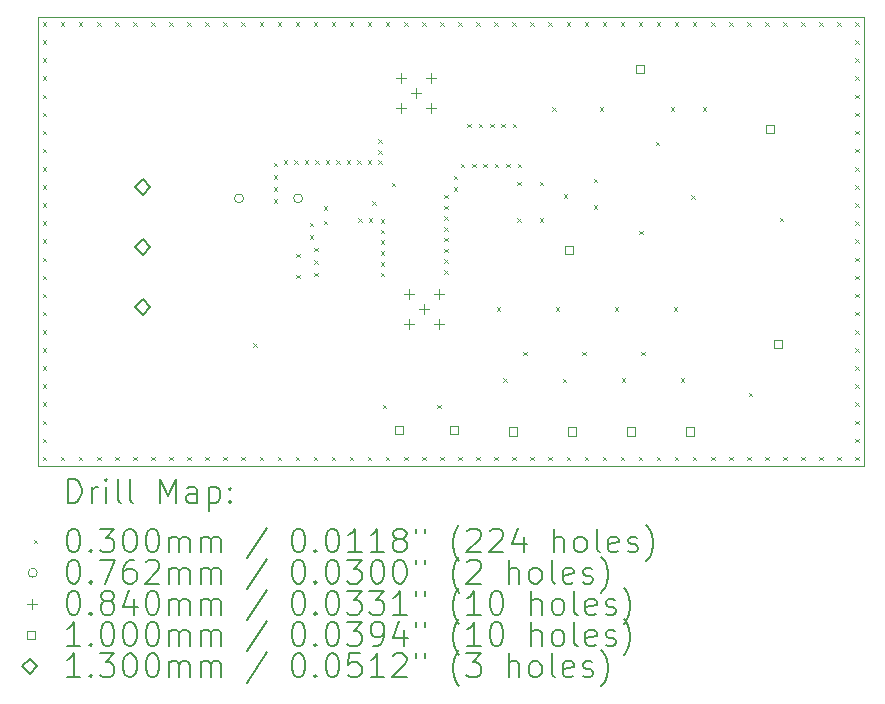
<source format=gbr>
%TF.GenerationSoftware,KiCad,Pcbnew,8.0.2-8.0.2-0~ubuntu22.04.1*%
%TF.CreationDate,2024-06-03T16:53:50-05:00*%
%TF.ProjectId,peak-holder,7065616b-2d68-46f6-9c64-65722e6b6963,rev?*%
%TF.SameCoordinates,Original*%
%TF.FileFunction,Drillmap*%
%TF.FilePolarity,Positive*%
%FSLAX45Y45*%
G04 Gerber Fmt 4.5, Leading zero omitted, Abs format (unit mm)*
G04 Created by KiCad (PCBNEW 8.0.2-8.0.2-0~ubuntu22.04.1) date 2024-06-03 16:53:50*
%MOMM*%
%LPD*%
G01*
G04 APERTURE LIST*
%ADD10C,0.050000*%
%ADD11C,0.200000*%
%ADD12C,0.100000*%
%ADD13C,0.130000*%
G04 APERTURE END LIST*
D10*
X5300000Y-3500000D02*
X12300000Y-3500000D01*
X12300000Y-7300000D01*
X5300000Y-7300000D01*
X5300000Y-3500000D01*
D11*
D12*
X5345000Y-3545000D02*
X5375000Y-3575000D01*
X5375000Y-3545000D02*
X5345000Y-3575000D01*
X5345000Y-3698333D02*
X5375000Y-3728333D01*
X5375000Y-3698333D02*
X5345000Y-3728333D01*
X5345000Y-3851667D02*
X5375000Y-3881667D01*
X5375000Y-3851667D02*
X5345000Y-3881667D01*
X5345000Y-4005000D02*
X5375000Y-4035000D01*
X5375000Y-4005000D02*
X5345000Y-4035000D01*
X5345000Y-4158333D02*
X5375000Y-4188333D01*
X5375000Y-4158333D02*
X5345000Y-4188333D01*
X5345000Y-4311667D02*
X5375000Y-4341667D01*
X5375000Y-4311667D02*
X5345000Y-4341667D01*
X5345000Y-4465000D02*
X5375000Y-4495000D01*
X5375000Y-4465000D02*
X5345000Y-4495000D01*
X5345000Y-4618333D02*
X5375000Y-4648333D01*
X5375000Y-4618333D02*
X5345000Y-4648333D01*
X5345000Y-4771666D02*
X5375000Y-4801666D01*
X5375000Y-4771666D02*
X5345000Y-4801666D01*
X5345000Y-4925000D02*
X5375000Y-4955000D01*
X5375000Y-4925000D02*
X5345000Y-4955000D01*
X5345000Y-5078333D02*
X5375000Y-5108333D01*
X5375000Y-5078333D02*
X5345000Y-5108333D01*
X5345000Y-5231666D02*
X5375000Y-5261666D01*
X5375000Y-5231666D02*
X5345000Y-5261666D01*
X5345000Y-5385000D02*
X5375000Y-5415000D01*
X5375000Y-5385000D02*
X5345000Y-5415000D01*
X5345000Y-5538333D02*
X5375000Y-5568333D01*
X5375000Y-5538333D02*
X5345000Y-5568333D01*
X5345000Y-5691666D02*
X5375000Y-5721666D01*
X5375000Y-5691666D02*
X5345000Y-5721666D01*
X5345000Y-5844999D02*
X5375000Y-5874999D01*
X5375000Y-5844999D02*
X5345000Y-5874999D01*
X5345000Y-5998333D02*
X5375000Y-6028333D01*
X5375000Y-5998333D02*
X5345000Y-6028333D01*
X5345000Y-6151666D02*
X5375000Y-6181666D01*
X5375000Y-6151666D02*
X5345000Y-6181666D01*
X5345000Y-6304999D02*
X5375000Y-6334999D01*
X5375000Y-6304999D02*
X5345000Y-6334999D01*
X5345000Y-6458333D02*
X5375000Y-6488333D01*
X5375000Y-6458333D02*
X5345000Y-6488333D01*
X5345000Y-6611666D02*
X5375000Y-6641666D01*
X5375000Y-6611666D02*
X5345000Y-6641666D01*
X5345000Y-6764999D02*
X5375000Y-6794999D01*
X5375000Y-6764999D02*
X5345000Y-6794999D01*
X5345000Y-6918333D02*
X5375000Y-6948333D01*
X5375000Y-6918333D02*
X5345000Y-6948333D01*
X5345000Y-7071666D02*
X5375000Y-7101666D01*
X5375000Y-7071666D02*
X5345000Y-7101666D01*
X5345000Y-7225000D02*
X5375000Y-7255000D01*
X5375000Y-7225000D02*
X5345000Y-7255000D01*
X5497889Y-3545000D02*
X5527889Y-3575000D01*
X5527889Y-3545000D02*
X5497889Y-3575000D01*
X5497889Y-7225000D02*
X5527889Y-7255000D01*
X5527889Y-7225000D02*
X5497889Y-7255000D01*
X5650778Y-3545000D02*
X5680778Y-3575000D01*
X5680778Y-3545000D02*
X5650778Y-3575000D01*
X5650778Y-7225000D02*
X5680778Y-7255000D01*
X5680778Y-7225000D02*
X5650778Y-7255000D01*
X5803666Y-3545000D02*
X5833666Y-3575000D01*
X5833666Y-3545000D02*
X5803666Y-3575000D01*
X5803666Y-7225000D02*
X5833666Y-7255000D01*
X5833666Y-7225000D02*
X5803666Y-7255000D01*
X5956555Y-3545000D02*
X5986555Y-3575000D01*
X5986555Y-3545000D02*
X5956555Y-3575000D01*
X5956555Y-7225000D02*
X5986555Y-7255000D01*
X5986555Y-7225000D02*
X5956555Y-7255000D01*
X6109444Y-3545000D02*
X6139444Y-3575000D01*
X6139444Y-3545000D02*
X6109444Y-3575000D01*
X6109444Y-7225000D02*
X6139444Y-7255000D01*
X6139444Y-7225000D02*
X6109444Y-7255000D01*
X6262333Y-3545000D02*
X6292333Y-3575000D01*
X6292333Y-3545000D02*
X6262333Y-3575000D01*
X6262333Y-7225000D02*
X6292333Y-7255000D01*
X6292333Y-7225000D02*
X6262333Y-7255000D01*
X6415222Y-3545000D02*
X6445222Y-3575000D01*
X6445222Y-3545000D02*
X6415222Y-3575000D01*
X6415222Y-7225000D02*
X6445222Y-7255000D01*
X6445222Y-7225000D02*
X6415222Y-7255000D01*
X6568110Y-3545000D02*
X6598110Y-3575000D01*
X6598110Y-3545000D02*
X6568110Y-3575000D01*
X6568110Y-7225000D02*
X6598110Y-7255000D01*
X6598110Y-7225000D02*
X6568110Y-7255000D01*
X6720999Y-3545000D02*
X6750999Y-3575000D01*
X6750999Y-3545000D02*
X6720999Y-3575000D01*
X6720999Y-7225000D02*
X6750999Y-7255000D01*
X6750999Y-7225000D02*
X6720999Y-7255000D01*
X6873888Y-3545000D02*
X6903888Y-3575000D01*
X6903888Y-3545000D02*
X6873888Y-3575000D01*
X6873888Y-7225000D02*
X6903888Y-7255000D01*
X6903888Y-7225000D02*
X6873888Y-7255000D01*
X7026777Y-3545000D02*
X7056777Y-3575000D01*
X7056777Y-3545000D02*
X7026777Y-3575000D01*
X7026777Y-7225000D02*
X7056777Y-7255000D01*
X7056777Y-7225000D02*
X7026777Y-7255000D01*
X7125000Y-6265000D02*
X7155000Y-6295000D01*
X7155000Y-6265000D02*
X7125000Y-6295000D01*
X7179666Y-3545000D02*
X7209666Y-3575000D01*
X7209666Y-3545000D02*
X7179666Y-3575000D01*
X7179666Y-7225000D02*
X7209666Y-7255000D01*
X7209666Y-7225000D02*
X7179666Y-7255000D01*
X7301000Y-4736111D02*
X7331000Y-4766111D01*
X7331000Y-4736111D02*
X7301000Y-4766111D01*
X7301000Y-4839074D02*
X7331000Y-4869074D01*
X7331000Y-4839074D02*
X7301000Y-4869074D01*
X7301000Y-4942037D02*
X7331000Y-4972037D01*
X7331000Y-4942037D02*
X7301000Y-4972037D01*
X7301000Y-5045000D02*
X7331000Y-5075000D01*
X7331000Y-5045000D02*
X7301000Y-5075000D01*
X7332554Y-3545000D02*
X7362554Y-3575000D01*
X7362554Y-3545000D02*
X7332554Y-3575000D01*
X7332554Y-7225000D02*
X7362554Y-7255000D01*
X7362554Y-7225000D02*
X7332554Y-7255000D01*
X7385000Y-4715000D02*
X7415000Y-4745000D01*
X7415000Y-4715000D02*
X7385000Y-4745000D01*
X7473889Y-4715000D02*
X7503889Y-4745000D01*
X7503889Y-4715000D02*
X7473889Y-4745000D01*
X7485443Y-3545000D02*
X7515443Y-3575000D01*
X7515443Y-3545000D02*
X7485443Y-3575000D01*
X7485443Y-7225000D02*
X7515443Y-7255000D01*
X7515443Y-7225000D02*
X7485443Y-7255000D01*
X7491000Y-5505000D02*
X7521000Y-5535000D01*
X7521000Y-5505000D02*
X7491000Y-5535000D01*
X7491000Y-5685000D02*
X7521000Y-5715000D01*
X7521000Y-5685000D02*
X7491000Y-5715000D01*
X7562778Y-4715000D02*
X7592778Y-4745000D01*
X7592778Y-4715000D02*
X7562778Y-4745000D01*
X7605000Y-5245000D02*
X7635000Y-5275000D01*
X7635000Y-5245000D02*
X7605000Y-5275000D01*
X7605000Y-5350556D02*
X7635000Y-5380556D01*
X7635000Y-5350556D02*
X7605000Y-5380556D01*
X7638332Y-3545000D02*
X7668332Y-3575000D01*
X7668332Y-3545000D02*
X7638332Y-3575000D01*
X7638332Y-7225000D02*
X7668332Y-7255000D01*
X7668332Y-7225000D02*
X7638332Y-7255000D01*
X7645000Y-5456111D02*
X7675000Y-5486111D01*
X7675000Y-5456111D02*
X7645000Y-5486111D01*
X7645000Y-5561667D02*
X7675000Y-5591667D01*
X7675000Y-5561667D02*
X7645000Y-5591667D01*
X7645000Y-5667222D02*
X7675000Y-5697222D01*
X7675000Y-5667222D02*
X7645000Y-5697222D01*
X7651666Y-4715000D02*
X7681666Y-4745000D01*
X7681666Y-4715000D02*
X7651666Y-4745000D01*
X7725000Y-5105000D02*
X7755000Y-5135000D01*
X7755000Y-5105000D02*
X7725000Y-5135000D01*
X7725000Y-5225000D02*
X7755000Y-5255000D01*
X7755000Y-5225000D02*
X7725000Y-5255000D01*
X7740555Y-4715000D02*
X7770555Y-4745000D01*
X7770555Y-4715000D02*
X7740555Y-4745000D01*
X7791221Y-3545000D02*
X7821221Y-3575000D01*
X7821221Y-3545000D02*
X7791221Y-3575000D01*
X7791221Y-7225000D02*
X7821221Y-7255000D01*
X7821221Y-7225000D02*
X7791221Y-7255000D01*
X7829444Y-4715000D02*
X7859444Y-4745000D01*
X7859444Y-4715000D02*
X7829444Y-4745000D01*
X7918333Y-4715000D02*
X7948333Y-4745000D01*
X7948333Y-4715000D02*
X7918333Y-4745000D01*
X7944110Y-3545000D02*
X7974110Y-3575000D01*
X7974110Y-3545000D02*
X7944110Y-3575000D01*
X7944110Y-7225000D02*
X7974110Y-7255000D01*
X7974110Y-7225000D02*
X7944110Y-7255000D01*
X8007222Y-4715000D02*
X8037222Y-4745000D01*
X8037222Y-4715000D02*
X8007222Y-4745000D01*
X8013889Y-5205000D02*
X8043889Y-5235000D01*
X8043889Y-5205000D02*
X8013889Y-5235000D01*
X8096110Y-4715000D02*
X8126110Y-4745000D01*
X8126110Y-4715000D02*
X8096110Y-4745000D01*
X8096998Y-3545000D02*
X8126998Y-3575000D01*
X8126998Y-3545000D02*
X8096998Y-3575000D01*
X8096998Y-7225000D02*
X8126998Y-7255000D01*
X8126998Y-7225000D02*
X8096998Y-7255000D01*
X8105000Y-5205000D02*
X8135000Y-5235000D01*
X8135000Y-5205000D02*
X8105000Y-5235000D01*
X8135000Y-5060000D02*
X8165000Y-5090000D01*
X8165000Y-5060000D02*
X8135000Y-5090000D01*
X8185000Y-4538333D02*
X8215000Y-4568333D01*
X8215000Y-4538333D02*
X8185000Y-4568333D01*
X8185000Y-4631667D02*
X8215000Y-4661667D01*
X8215000Y-4631667D02*
X8185000Y-4661667D01*
X8185000Y-4715000D02*
X8215000Y-4745000D01*
X8215000Y-4715000D02*
X8185000Y-4745000D01*
X8205000Y-5211667D02*
X8235000Y-5241667D01*
X8235000Y-5211667D02*
X8205000Y-5241667D01*
X8205000Y-5302778D02*
X8235000Y-5332778D01*
X8235000Y-5302778D02*
X8205000Y-5332778D01*
X8205000Y-5393889D02*
X8235000Y-5423889D01*
X8235000Y-5393889D02*
X8205000Y-5423889D01*
X8205000Y-5485000D02*
X8235000Y-5515000D01*
X8235000Y-5485000D02*
X8205000Y-5515000D01*
X8205000Y-5576111D02*
X8235000Y-5606111D01*
X8235000Y-5576111D02*
X8205000Y-5606111D01*
X8205000Y-5667222D02*
X8235000Y-5697222D01*
X8235000Y-5667222D02*
X8205000Y-5697222D01*
X8223480Y-6783120D02*
X8253480Y-6813120D01*
X8253480Y-6783120D02*
X8223480Y-6813120D01*
X8249887Y-3545000D02*
X8279887Y-3575000D01*
X8279887Y-3545000D02*
X8249887Y-3575000D01*
X8249887Y-7225000D02*
X8279887Y-7255000D01*
X8279887Y-7225000D02*
X8249887Y-7255000D01*
X8300550Y-4905000D02*
X8330550Y-4935000D01*
X8330550Y-4905000D02*
X8300550Y-4935000D01*
X8402776Y-3545000D02*
X8432776Y-3575000D01*
X8432776Y-3545000D02*
X8402776Y-3575000D01*
X8402776Y-7225000D02*
X8432776Y-7255000D01*
X8432776Y-7225000D02*
X8402776Y-7255000D01*
X8555665Y-3545000D02*
X8585665Y-3575000D01*
X8585665Y-3545000D02*
X8555665Y-3575000D01*
X8555665Y-7225000D02*
X8585665Y-7255000D01*
X8585665Y-7225000D02*
X8555665Y-7255000D01*
X8683480Y-6785000D02*
X8713480Y-6815000D01*
X8713480Y-6785000D02*
X8683480Y-6815000D01*
X8708554Y-3545000D02*
X8738554Y-3575000D01*
X8738554Y-3545000D02*
X8708554Y-3575000D01*
X8708554Y-7225000D02*
X8738554Y-7255000D01*
X8738554Y-7225000D02*
X8708554Y-7255000D01*
X8745000Y-5007222D02*
X8775000Y-5037222D01*
X8775000Y-5007222D02*
X8745000Y-5037222D01*
X8745000Y-5098333D02*
X8775000Y-5128333D01*
X8775000Y-5098333D02*
X8745000Y-5128333D01*
X8745000Y-5189444D02*
X8775000Y-5219444D01*
X8775000Y-5189444D02*
X8745000Y-5219444D01*
X8745000Y-5280556D02*
X8775000Y-5310556D01*
X8775000Y-5280556D02*
X8745000Y-5310556D01*
X8745000Y-5371667D02*
X8775000Y-5401667D01*
X8775000Y-5371667D02*
X8745000Y-5401667D01*
X8745000Y-5462778D02*
X8775000Y-5492778D01*
X8775000Y-5462778D02*
X8745000Y-5492778D01*
X8745000Y-5553889D02*
X8775000Y-5583889D01*
X8775000Y-5553889D02*
X8745000Y-5583889D01*
X8745000Y-5645000D02*
X8775000Y-5675000D01*
X8775000Y-5645000D02*
X8745000Y-5675000D01*
X8825000Y-4845000D02*
X8855000Y-4875000D01*
X8855000Y-4845000D02*
X8825000Y-4875000D01*
X8825000Y-4945000D02*
X8855000Y-4975000D01*
X8855000Y-4945000D02*
X8825000Y-4975000D01*
X8861442Y-3545000D02*
X8891442Y-3575000D01*
X8891442Y-3545000D02*
X8861442Y-3575000D01*
X8861442Y-7225000D02*
X8891442Y-7255000D01*
X8891442Y-7225000D02*
X8861442Y-7255000D01*
X8881667Y-4745000D02*
X8911667Y-4775000D01*
X8911667Y-4745000D02*
X8881667Y-4775000D01*
X8938333Y-4405000D02*
X8968333Y-4435000D01*
X8968333Y-4405000D02*
X8938333Y-4435000D01*
X8978333Y-4745000D02*
X9008333Y-4775000D01*
X9008333Y-4745000D02*
X8978333Y-4775000D01*
X9014331Y-3545000D02*
X9044331Y-3575000D01*
X9044331Y-3545000D02*
X9014331Y-3575000D01*
X9014331Y-7225000D02*
X9044331Y-7255000D01*
X9044331Y-7225000D02*
X9014331Y-7255000D01*
X9035000Y-4405000D02*
X9065000Y-4435000D01*
X9065000Y-4405000D02*
X9035000Y-4435000D01*
X9075000Y-4745000D02*
X9105000Y-4775000D01*
X9105000Y-4745000D02*
X9075000Y-4775000D01*
X9131666Y-4405000D02*
X9161666Y-4435000D01*
X9161666Y-4405000D02*
X9131666Y-4435000D01*
X9167220Y-3545000D02*
X9197220Y-3575000D01*
X9197220Y-3545000D02*
X9167220Y-3575000D01*
X9167220Y-7225000D02*
X9197220Y-7255000D01*
X9197220Y-7225000D02*
X9167220Y-7255000D01*
X9171666Y-4745000D02*
X9201666Y-4775000D01*
X9201666Y-4745000D02*
X9171666Y-4775000D01*
X9186105Y-5960000D02*
X9216105Y-5990000D01*
X9216105Y-5960000D02*
X9186105Y-5990000D01*
X9228333Y-4405000D02*
X9258333Y-4435000D01*
X9258333Y-4405000D02*
X9228333Y-4435000D01*
X9245000Y-6560000D02*
X9275000Y-6590000D01*
X9275000Y-6560000D02*
X9245000Y-6590000D01*
X9268333Y-4745000D02*
X9298333Y-4775000D01*
X9298333Y-4745000D02*
X9268333Y-4775000D01*
X9320109Y-3545000D02*
X9350109Y-3575000D01*
X9350109Y-3545000D02*
X9320109Y-3575000D01*
X9320109Y-7225000D02*
X9350109Y-7255000D01*
X9350109Y-7225000D02*
X9320109Y-7255000D01*
X9325000Y-4405000D02*
X9355000Y-4435000D01*
X9355000Y-4405000D02*
X9325000Y-4435000D01*
X9363395Y-4897710D02*
X9393395Y-4927710D01*
X9393395Y-4897710D02*
X9363395Y-4927710D01*
X9363395Y-5205210D02*
X9393395Y-5235210D01*
X9393395Y-5205210D02*
X9363395Y-5235210D01*
X9365000Y-4745000D02*
X9395000Y-4775000D01*
X9395000Y-4745000D02*
X9365000Y-4775000D01*
X9413750Y-6335000D02*
X9443750Y-6365000D01*
X9443750Y-6335000D02*
X9413750Y-6365000D01*
X9472998Y-3545000D02*
X9502998Y-3575000D01*
X9502998Y-3545000D02*
X9472998Y-3575000D01*
X9472998Y-7225000D02*
X9502998Y-7255000D01*
X9502998Y-7225000D02*
X9472998Y-7255000D01*
X9553395Y-4897710D02*
X9583395Y-4927710D01*
X9583395Y-4897710D02*
X9553395Y-4927710D01*
X9553395Y-5205210D02*
X9583395Y-5235210D01*
X9583395Y-5205210D02*
X9553395Y-5235210D01*
X9625886Y-3545000D02*
X9655886Y-3575000D01*
X9655886Y-3545000D02*
X9625886Y-3575000D01*
X9625886Y-7225000D02*
X9655886Y-7255000D01*
X9655886Y-7225000D02*
X9625886Y-7255000D01*
X9660000Y-4266250D02*
X9690000Y-4296250D01*
X9690000Y-4266250D02*
X9660000Y-4296250D01*
X9686105Y-5960000D02*
X9716105Y-5990000D01*
X9716105Y-5960000D02*
X9686105Y-5990000D01*
X9745000Y-6565000D02*
X9775000Y-6595000D01*
X9775000Y-6565000D02*
X9745000Y-6595000D01*
X9756875Y-5003620D02*
X9786875Y-5033620D01*
X9786875Y-5003620D02*
X9756875Y-5033620D01*
X9778775Y-3545000D02*
X9808775Y-3575000D01*
X9808775Y-3545000D02*
X9778775Y-3575000D01*
X9778775Y-7225000D02*
X9808775Y-7255000D01*
X9808775Y-7225000D02*
X9778775Y-7255000D01*
X9913750Y-6335000D02*
X9943750Y-6365000D01*
X9943750Y-6335000D02*
X9913750Y-6365000D01*
X9931664Y-3545000D02*
X9961664Y-3575000D01*
X9961664Y-3545000D02*
X9931664Y-3575000D01*
X9931664Y-7225000D02*
X9961664Y-7255000D01*
X9961664Y-7225000D02*
X9931664Y-7255000D01*
X10009915Y-4871540D02*
X10039915Y-4901540D01*
X10039915Y-4871540D02*
X10009915Y-4901540D01*
X10009915Y-5096670D02*
X10039915Y-5126670D01*
X10039915Y-5096670D02*
X10009915Y-5126670D01*
X10060000Y-4263750D02*
X10090000Y-4293750D01*
X10090000Y-4263750D02*
X10060000Y-4293750D01*
X10084553Y-3545000D02*
X10114553Y-3575000D01*
X10114553Y-3545000D02*
X10084553Y-3575000D01*
X10084553Y-7225000D02*
X10114553Y-7255000D01*
X10114553Y-7225000D02*
X10084553Y-7255000D01*
X10186105Y-5960000D02*
X10216105Y-5990000D01*
X10216105Y-5960000D02*
X10186105Y-5990000D01*
X10237442Y-3545000D02*
X10267442Y-3575000D01*
X10267442Y-3545000D02*
X10237442Y-3575000D01*
X10237442Y-7225000D02*
X10267442Y-7255000D01*
X10267442Y-7225000D02*
X10237442Y-7255000D01*
X10245000Y-6560000D02*
X10275000Y-6590000D01*
X10275000Y-6560000D02*
X10245000Y-6590000D01*
X10390330Y-3545000D02*
X10420330Y-3575000D01*
X10420330Y-3545000D02*
X10390330Y-3575000D01*
X10390330Y-7225000D02*
X10420330Y-7255000D01*
X10420330Y-7225000D02*
X10390330Y-7255000D01*
X10395625Y-5310000D02*
X10425625Y-5340000D01*
X10425625Y-5310000D02*
X10395625Y-5340000D01*
X10413750Y-6335000D02*
X10443750Y-6365000D01*
X10443750Y-6335000D02*
X10413750Y-6365000D01*
X10535000Y-4557250D02*
X10565000Y-4587250D01*
X10565000Y-4557250D02*
X10535000Y-4587250D01*
X10543219Y-3545000D02*
X10573219Y-3575000D01*
X10573219Y-3545000D02*
X10543219Y-3575000D01*
X10543219Y-7225000D02*
X10573219Y-7255000D01*
X10573219Y-7225000D02*
X10543219Y-7255000D01*
X10660000Y-4267250D02*
X10690000Y-4297250D01*
X10690000Y-4267250D02*
X10660000Y-4297250D01*
X10686105Y-5960000D02*
X10716105Y-5990000D01*
X10716105Y-5960000D02*
X10686105Y-5990000D01*
X10696108Y-3545000D02*
X10726108Y-3575000D01*
X10726108Y-3545000D02*
X10696108Y-3575000D01*
X10696108Y-7225000D02*
X10726108Y-7255000D01*
X10726108Y-7225000D02*
X10696108Y-7255000D01*
X10745000Y-6560000D02*
X10775000Y-6590000D01*
X10775000Y-6560000D02*
X10745000Y-6590000D01*
X10835000Y-5011250D02*
X10865000Y-5041250D01*
X10865000Y-5011250D02*
X10835000Y-5041250D01*
X10848997Y-3545000D02*
X10878997Y-3575000D01*
X10878997Y-3545000D02*
X10848997Y-3575000D01*
X10848997Y-7225000D02*
X10878997Y-7255000D01*
X10878997Y-7225000D02*
X10848997Y-7255000D01*
X10933000Y-4264750D02*
X10963000Y-4294750D01*
X10963000Y-4264750D02*
X10933000Y-4294750D01*
X11001886Y-3545000D02*
X11031886Y-3575000D01*
X11031886Y-3545000D02*
X11001886Y-3575000D01*
X11001886Y-7225000D02*
X11031886Y-7255000D01*
X11031886Y-7225000D02*
X11001886Y-7255000D01*
X11154774Y-3545000D02*
X11184774Y-3575000D01*
X11184774Y-3545000D02*
X11154774Y-3575000D01*
X11154774Y-7225000D02*
X11184774Y-7255000D01*
X11184774Y-7225000D02*
X11154774Y-7255000D01*
X11307663Y-3545000D02*
X11337663Y-3575000D01*
X11337663Y-3545000D02*
X11307663Y-3575000D01*
X11307663Y-7225000D02*
X11337663Y-7255000D01*
X11337663Y-7225000D02*
X11307663Y-7255000D01*
X11320000Y-6683895D02*
X11350000Y-6713895D01*
X11350000Y-6683895D02*
X11320000Y-6713895D01*
X11460552Y-3545000D02*
X11490552Y-3575000D01*
X11490552Y-3545000D02*
X11460552Y-3575000D01*
X11460552Y-7225000D02*
X11490552Y-7255000D01*
X11490552Y-7225000D02*
X11460552Y-7255000D01*
X11585000Y-5202500D02*
X11615000Y-5232500D01*
X11615000Y-5202500D02*
X11585000Y-5232500D01*
X11613441Y-3545000D02*
X11643441Y-3575000D01*
X11643441Y-3545000D02*
X11613441Y-3575000D01*
X11613441Y-7225000D02*
X11643441Y-7255000D01*
X11643441Y-7225000D02*
X11613441Y-7255000D01*
X11766330Y-3545000D02*
X11796330Y-3575000D01*
X11796330Y-3545000D02*
X11766330Y-3575000D01*
X11766330Y-7225000D02*
X11796330Y-7255000D01*
X11796330Y-7225000D02*
X11766330Y-7255000D01*
X11919218Y-3545000D02*
X11949218Y-3575000D01*
X11949218Y-3545000D02*
X11919218Y-3575000D01*
X11919218Y-7225000D02*
X11949218Y-7255000D01*
X11949218Y-7225000D02*
X11919218Y-7255000D01*
X12072107Y-3545000D02*
X12102107Y-3575000D01*
X12102107Y-3545000D02*
X12072107Y-3575000D01*
X12072107Y-7225000D02*
X12102107Y-7255000D01*
X12102107Y-7225000D02*
X12072107Y-7255000D01*
X12225000Y-3545000D02*
X12255000Y-3575000D01*
X12255000Y-3545000D02*
X12225000Y-3575000D01*
X12225000Y-3698333D02*
X12255000Y-3728333D01*
X12255000Y-3698333D02*
X12225000Y-3728333D01*
X12225000Y-3851667D02*
X12255000Y-3881667D01*
X12255000Y-3851667D02*
X12225000Y-3881667D01*
X12225000Y-4005000D02*
X12255000Y-4035000D01*
X12255000Y-4005000D02*
X12225000Y-4035000D01*
X12225000Y-4158333D02*
X12255000Y-4188333D01*
X12255000Y-4158333D02*
X12225000Y-4188333D01*
X12225000Y-4311667D02*
X12255000Y-4341667D01*
X12255000Y-4311667D02*
X12225000Y-4341667D01*
X12225000Y-4465000D02*
X12255000Y-4495000D01*
X12255000Y-4465000D02*
X12225000Y-4495000D01*
X12225000Y-4618333D02*
X12255000Y-4648333D01*
X12255000Y-4618333D02*
X12225000Y-4648333D01*
X12225000Y-4771666D02*
X12255000Y-4801666D01*
X12255000Y-4771666D02*
X12225000Y-4801666D01*
X12225000Y-4925000D02*
X12255000Y-4955000D01*
X12255000Y-4925000D02*
X12225000Y-4955000D01*
X12225000Y-5078333D02*
X12255000Y-5108333D01*
X12255000Y-5078333D02*
X12225000Y-5108333D01*
X12225000Y-5231666D02*
X12255000Y-5261666D01*
X12255000Y-5231666D02*
X12225000Y-5261666D01*
X12225000Y-5385000D02*
X12255000Y-5415000D01*
X12255000Y-5385000D02*
X12225000Y-5415000D01*
X12225000Y-5538333D02*
X12255000Y-5568333D01*
X12255000Y-5538333D02*
X12225000Y-5568333D01*
X12225000Y-5691666D02*
X12255000Y-5721666D01*
X12255000Y-5691666D02*
X12225000Y-5721666D01*
X12225000Y-5844999D02*
X12255000Y-5874999D01*
X12255000Y-5844999D02*
X12225000Y-5874999D01*
X12225000Y-5998333D02*
X12255000Y-6028333D01*
X12255000Y-5998333D02*
X12225000Y-6028333D01*
X12225000Y-6151666D02*
X12255000Y-6181666D01*
X12255000Y-6151666D02*
X12225000Y-6181666D01*
X12225000Y-6304999D02*
X12255000Y-6334999D01*
X12255000Y-6304999D02*
X12225000Y-6334999D01*
X12225000Y-6458333D02*
X12255000Y-6488333D01*
X12255000Y-6458333D02*
X12225000Y-6488333D01*
X12225000Y-6611666D02*
X12255000Y-6641666D01*
X12255000Y-6611666D02*
X12225000Y-6641666D01*
X12225000Y-6764999D02*
X12255000Y-6794999D01*
X12255000Y-6764999D02*
X12225000Y-6794999D01*
X12225000Y-6918333D02*
X12255000Y-6948333D01*
X12255000Y-6918333D02*
X12225000Y-6948333D01*
X12225000Y-7071666D02*
X12255000Y-7101666D01*
X12255000Y-7071666D02*
X12225000Y-7101666D01*
X12225000Y-7225000D02*
X12255000Y-7255000D01*
X12255000Y-7225000D02*
X12225000Y-7255000D01*
X7044100Y-5037000D02*
G75*
G02*
X6967900Y-5037000I-38100J0D01*
G01*
X6967900Y-5037000D02*
G75*
G02*
X7044100Y-5037000I38100J0D01*
G01*
X7544100Y-5037000D02*
G75*
G02*
X7467900Y-5037000I-38100J0D01*
G01*
X7467900Y-5037000D02*
G75*
G02*
X7544100Y-5037000I38100J0D01*
G01*
X8379000Y-3978000D02*
X8379000Y-4062000D01*
X8337000Y-4020000D02*
X8421000Y-4020000D01*
X8379000Y-4232000D02*
X8379000Y-4316000D01*
X8337000Y-4274000D02*
X8421000Y-4274000D01*
X8443000Y-5808000D02*
X8443000Y-5892000D01*
X8401000Y-5850000D02*
X8485000Y-5850000D01*
X8443000Y-6062000D02*
X8443000Y-6146000D01*
X8401000Y-6104000D02*
X8485000Y-6104000D01*
X8506000Y-4105000D02*
X8506000Y-4189000D01*
X8464000Y-4147000D02*
X8548000Y-4147000D01*
X8570000Y-5935000D02*
X8570000Y-6019000D01*
X8528000Y-5977000D02*
X8612000Y-5977000D01*
X8633000Y-3978000D02*
X8633000Y-4062000D01*
X8591000Y-4020000D02*
X8675000Y-4020000D01*
X8633000Y-4232000D02*
X8633000Y-4316000D01*
X8591000Y-4274000D02*
X8675000Y-4274000D01*
X8697000Y-5808000D02*
X8697000Y-5892000D01*
X8655000Y-5850000D02*
X8739000Y-5850000D01*
X8697000Y-6062000D02*
X8697000Y-6146000D01*
X8655000Y-6104000D02*
X8739000Y-6104000D01*
X8397856Y-7035356D02*
X8397856Y-6964644D01*
X8327144Y-6964644D01*
X8327144Y-7035356D01*
X8397856Y-7035356D01*
X8860356Y-7032856D02*
X8860356Y-6962144D01*
X8789644Y-6962144D01*
X8789644Y-7032856D01*
X8860356Y-7032856D01*
X9360356Y-7045356D02*
X9360356Y-6974644D01*
X9289644Y-6974644D01*
X9289644Y-7045356D01*
X9360356Y-7045356D01*
X9835356Y-5510356D02*
X9835356Y-5439644D01*
X9764644Y-5439644D01*
X9764644Y-5510356D01*
X9835356Y-5510356D01*
X9860356Y-7045356D02*
X9860356Y-6974644D01*
X9789644Y-6974644D01*
X9789644Y-7045356D01*
X9860356Y-7045356D01*
X10360356Y-7045356D02*
X10360356Y-6974644D01*
X10289644Y-6974644D01*
X10289644Y-7045356D01*
X10360356Y-7045356D01*
X10435356Y-3975356D02*
X10435356Y-3904644D01*
X10364644Y-3904644D01*
X10364644Y-3975356D01*
X10435356Y-3975356D01*
X10860356Y-7045356D02*
X10860356Y-6974644D01*
X10789644Y-6974644D01*
X10789644Y-7045356D01*
X10860356Y-7045356D01*
X11535356Y-4485356D02*
X11535356Y-4414644D01*
X11464644Y-4414644D01*
X11464644Y-4485356D01*
X11535356Y-4485356D01*
X11605356Y-6305356D02*
X11605356Y-6234644D01*
X11534644Y-6234644D01*
X11534644Y-6305356D01*
X11605356Y-6305356D01*
D13*
X6190000Y-5007000D02*
X6255000Y-4942000D01*
X6190000Y-4877000D01*
X6125000Y-4942000D01*
X6190000Y-5007000D01*
X6190000Y-5515000D02*
X6255000Y-5450000D01*
X6190000Y-5385000D01*
X6125000Y-5450000D01*
X6190000Y-5515000D01*
X6190000Y-6023000D02*
X6255000Y-5958000D01*
X6190000Y-5893000D01*
X6125000Y-5958000D01*
X6190000Y-6023000D01*
D11*
X5558277Y-7613984D02*
X5558277Y-7413984D01*
X5558277Y-7413984D02*
X5605896Y-7413984D01*
X5605896Y-7413984D02*
X5634467Y-7423508D01*
X5634467Y-7423508D02*
X5653515Y-7442555D01*
X5653515Y-7442555D02*
X5663039Y-7461603D01*
X5663039Y-7461603D02*
X5672562Y-7499698D01*
X5672562Y-7499698D02*
X5672562Y-7528269D01*
X5672562Y-7528269D02*
X5663039Y-7566365D01*
X5663039Y-7566365D02*
X5653515Y-7585412D01*
X5653515Y-7585412D02*
X5634467Y-7604460D01*
X5634467Y-7604460D02*
X5605896Y-7613984D01*
X5605896Y-7613984D02*
X5558277Y-7613984D01*
X5758277Y-7613984D02*
X5758277Y-7480650D01*
X5758277Y-7518746D02*
X5767801Y-7499698D01*
X5767801Y-7499698D02*
X5777324Y-7490174D01*
X5777324Y-7490174D02*
X5796372Y-7480650D01*
X5796372Y-7480650D02*
X5815420Y-7480650D01*
X5882086Y-7613984D02*
X5882086Y-7480650D01*
X5882086Y-7413984D02*
X5872562Y-7423508D01*
X5872562Y-7423508D02*
X5882086Y-7433031D01*
X5882086Y-7433031D02*
X5891610Y-7423508D01*
X5891610Y-7423508D02*
X5882086Y-7413984D01*
X5882086Y-7413984D02*
X5882086Y-7433031D01*
X6005896Y-7613984D02*
X5986848Y-7604460D01*
X5986848Y-7604460D02*
X5977324Y-7585412D01*
X5977324Y-7585412D02*
X5977324Y-7413984D01*
X6110658Y-7613984D02*
X6091610Y-7604460D01*
X6091610Y-7604460D02*
X6082086Y-7585412D01*
X6082086Y-7585412D02*
X6082086Y-7413984D01*
X6339229Y-7613984D02*
X6339229Y-7413984D01*
X6339229Y-7413984D02*
X6405896Y-7556841D01*
X6405896Y-7556841D02*
X6472562Y-7413984D01*
X6472562Y-7413984D02*
X6472562Y-7613984D01*
X6653515Y-7613984D02*
X6653515Y-7509222D01*
X6653515Y-7509222D02*
X6643991Y-7490174D01*
X6643991Y-7490174D02*
X6624943Y-7480650D01*
X6624943Y-7480650D02*
X6586848Y-7480650D01*
X6586848Y-7480650D02*
X6567801Y-7490174D01*
X6653515Y-7604460D02*
X6634467Y-7613984D01*
X6634467Y-7613984D02*
X6586848Y-7613984D01*
X6586848Y-7613984D02*
X6567801Y-7604460D01*
X6567801Y-7604460D02*
X6558277Y-7585412D01*
X6558277Y-7585412D02*
X6558277Y-7566365D01*
X6558277Y-7566365D02*
X6567801Y-7547317D01*
X6567801Y-7547317D02*
X6586848Y-7537793D01*
X6586848Y-7537793D02*
X6634467Y-7537793D01*
X6634467Y-7537793D02*
X6653515Y-7528269D01*
X6748753Y-7480650D02*
X6748753Y-7680650D01*
X6748753Y-7490174D02*
X6767801Y-7480650D01*
X6767801Y-7480650D02*
X6805896Y-7480650D01*
X6805896Y-7480650D02*
X6824943Y-7490174D01*
X6824943Y-7490174D02*
X6834467Y-7499698D01*
X6834467Y-7499698D02*
X6843991Y-7518746D01*
X6843991Y-7518746D02*
X6843991Y-7575888D01*
X6843991Y-7575888D02*
X6834467Y-7594936D01*
X6834467Y-7594936D02*
X6824943Y-7604460D01*
X6824943Y-7604460D02*
X6805896Y-7613984D01*
X6805896Y-7613984D02*
X6767801Y-7613984D01*
X6767801Y-7613984D02*
X6748753Y-7604460D01*
X6929705Y-7594936D02*
X6939229Y-7604460D01*
X6939229Y-7604460D02*
X6929705Y-7613984D01*
X6929705Y-7613984D02*
X6920182Y-7604460D01*
X6920182Y-7604460D02*
X6929705Y-7594936D01*
X6929705Y-7594936D02*
X6929705Y-7613984D01*
X6929705Y-7490174D02*
X6939229Y-7499698D01*
X6939229Y-7499698D02*
X6929705Y-7509222D01*
X6929705Y-7509222D02*
X6920182Y-7499698D01*
X6920182Y-7499698D02*
X6929705Y-7490174D01*
X6929705Y-7490174D02*
X6929705Y-7509222D01*
D12*
X5267500Y-7927500D02*
X5297500Y-7957500D01*
X5297500Y-7927500D02*
X5267500Y-7957500D01*
D11*
X5596372Y-7833984D02*
X5615420Y-7833984D01*
X5615420Y-7833984D02*
X5634467Y-7843508D01*
X5634467Y-7843508D02*
X5643991Y-7853031D01*
X5643991Y-7853031D02*
X5653515Y-7872079D01*
X5653515Y-7872079D02*
X5663039Y-7910174D01*
X5663039Y-7910174D02*
X5663039Y-7957793D01*
X5663039Y-7957793D02*
X5653515Y-7995888D01*
X5653515Y-7995888D02*
X5643991Y-8014936D01*
X5643991Y-8014936D02*
X5634467Y-8024460D01*
X5634467Y-8024460D02*
X5615420Y-8033984D01*
X5615420Y-8033984D02*
X5596372Y-8033984D01*
X5596372Y-8033984D02*
X5577324Y-8024460D01*
X5577324Y-8024460D02*
X5567801Y-8014936D01*
X5567801Y-8014936D02*
X5558277Y-7995888D01*
X5558277Y-7995888D02*
X5548753Y-7957793D01*
X5548753Y-7957793D02*
X5548753Y-7910174D01*
X5548753Y-7910174D02*
X5558277Y-7872079D01*
X5558277Y-7872079D02*
X5567801Y-7853031D01*
X5567801Y-7853031D02*
X5577324Y-7843508D01*
X5577324Y-7843508D02*
X5596372Y-7833984D01*
X5748753Y-8014936D02*
X5758277Y-8024460D01*
X5758277Y-8024460D02*
X5748753Y-8033984D01*
X5748753Y-8033984D02*
X5739229Y-8024460D01*
X5739229Y-8024460D02*
X5748753Y-8014936D01*
X5748753Y-8014936D02*
X5748753Y-8033984D01*
X5824943Y-7833984D02*
X5948753Y-7833984D01*
X5948753Y-7833984D02*
X5882086Y-7910174D01*
X5882086Y-7910174D02*
X5910658Y-7910174D01*
X5910658Y-7910174D02*
X5929705Y-7919698D01*
X5929705Y-7919698D02*
X5939229Y-7929222D01*
X5939229Y-7929222D02*
X5948753Y-7948269D01*
X5948753Y-7948269D02*
X5948753Y-7995888D01*
X5948753Y-7995888D02*
X5939229Y-8014936D01*
X5939229Y-8014936D02*
X5929705Y-8024460D01*
X5929705Y-8024460D02*
X5910658Y-8033984D01*
X5910658Y-8033984D02*
X5853515Y-8033984D01*
X5853515Y-8033984D02*
X5834467Y-8024460D01*
X5834467Y-8024460D02*
X5824943Y-8014936D01*
X6072562Y-7833984D02*
X6091610Y-7833984D01*
X6091610Y-7833984D02*
X6110658Y-7843508D01*
X6110658Y-7843508D02*
X6120182Y-7853031D01*
X6120182Y-7853031D02*
X6129705Y-7872079D01*
X6129705Y-7872079D02*
X6139229Y-7910174D01*
X6139229Y-7910174D02*
X6139229Y-7957793D01*
X6139229Y-7957793D02*
X6129705Y-7995888D01*
X6129705Y-7995888D02*
X6120182Y-8014936D01*
X6120182Y-8014936D02*
X6110658Y-8024460D01*
X6110658Y-8024460D02*
X6091610Y-8033984D01*
X6091610Y-8033984D02*
X6072562Y-8033984D01*
X6072562Y-8033984D02*
X6053515Y-8024460D01*
X6053515Y-8024460D02*
X6043991Y-8014936D01*
X6043991Y-8014936D02*
X6034467Y-7995888D01*
X6034467Y-7995888D02*
X6024943Y-7957793D01*
X6024943Y-7957793D02*
X6024943Y-7910174D01*
X6024943Y-7910174D02*
X6034467Y-7872079D01*
X6034467Y-7872079D02*
X6043991Y-7853031D01*
X6043991Y-7853031D02*
X6053515Y-7843508D01*
X6053515Y-7843508D02*
X6072562Y-7833984D01*
X6263039Y-7833984D02*
X6282086Y-7833984D01*
X6282086Y-7833984D02*
X6301134Y-7843508D01*
X6301134Y-7843508D02*
X6310658Y-7853031D01*
X6310658Y-7853031D02*
X6320182Y-7872079D01*
X6320182Y-7872079D02*
X6329705Y-7910174D01*
X6329705Y-7910174D02*
X6329705Y-7957793D01*
X6329705Y-7957793D02*
X6320182Y-7995888D01*
X6320182Y-7995888D02*
X6310658Y-8014936D01*
X6310658Y-8014936D02*
X6301134Y-8024460D01*
X6301134Y-8024460D02*
X6282086Y-8033984D01*
X6282086Y-8033984D02*
X6263039Y-8033984D01*
X6263039Y-8033984D02*
X6243991Y-8024460D01*
X6243991Y-8024460D02*
X6234467Y-8014936D01*
X6234467Y-8014936D02*
X6224943Y-7995888D01*
X6224943Y-7995888D02*
X6215420Y-7957793D01*
X6215420Y-7957793D02*
X6215420Y-7910174D01*
X6215420Y-7910174D02*
X6224943Y-7872079D01*
X6224943Y-7872079D02*
X6234467Y-7853031D01*
X6234467Y-7853031D02*
X6243991Y-7843508D01*
X6243991Y-7843508D02*
X6263039Y-7833984D01*
X6415420Y-8033984D02*
X6415420Y-7900650D01*
X6415420Y-7919698D02*
X6424943Y-7910174D01*
X6424943Y-7910174D02*
X6443991Y-7900650D01*
X6443991Y-7900650D02*
X6472563Y-7900650D01*
X6472563Y-7900650D02*
X6491610Y-7910174D01*
X6491610Y-7910174D02*
X6501134Y-7929222D01*
X6501134Y-7929222D02*
X6501134Y-8033984D01*
X6501134Y-7929222D02*
X6510658Y-7910174D01*
X6510658Y-7910174D02*
X6529705Y-7900650D01*
X6529705Y-7900650D02*
X6558277Y-7900650D01*
X6558277Y-7900650D02*
X6577324Y-7910174D01*
X6577324Y-7910174D02*
X6586848Y-7929222D01*
X6586848Y-7929222D02*
X6586848Y-8033984D01*
X6682086Y-8033984D02*
X6682086Y-7900650D01*
X6682086Y-7919698D02*
X6691610Y-7910174D01*
X6691610Y-7910174D02*
X6710658Y-7900650D01*
X6710658Y-7900650D02*
X6739229Y-7900650D01*
X6739229Y-7900650D02*
X6758277Y-7910174D01*
X6758277Y-7910174D02*
X6767801Y-7929222D01*
X6767801Y-7929222D02*
X6767801Y-8033984D01*
X6767801Y-7929222D02*
X6777324Y-7910174D01*
X6777324Y-7910174D02*
X6796372Y-7900650D01*
X6796372Y-7900650D02*
X6824943Y-7900650D01*
X6824943Y-7900650D02*
X6843991Y-7910174D01*
X6843991Y-7910174D02*
X6853515Y-7929222D01*
X6853515Y-7929222D02*
X6853515Y-8033984D01*
X7243991Y-7824460D02*
X7072563Y-8081603D01*
X7501134Y-7833984D02*
X7520182Y-7833984D01*
X7520182Y-7833984D02*
X7539229Y-7843508D01*
X7539229Y-7843508D02*
X7548753Y-7853031D01*
X7548753Y-7853031D02*
X7558277Y-7872079D01*
X7558277Y-7872079D02*
X7567801Y-7910174D01*
X7567801Y-7910174D02*
X7567801Y-7957793D01*
X7567801Y-7957793D02*
X7558277Y-7995888D01*
X7558277Y-7995888D02*
X7548753Y-8014936D01*
X7548753Y-8014936D02*
X7539229Y-8024460D01*
X7539229Y-8024460D02*
X7520182Y-8033984D01*
X7520182Y-8033984D02*
X7501134Y-8033984D01*
X7501134Y-8033984D02*
X7482086Y-8024460D01*
X7482086Y-8024460D02*
X7472563Y-8014936D01*
X7472563Y-8014936D02*
X7463039Y-7995888D01*
X7463039Y-7995888D02*
X7453515Y-7957793D01*
X7453515Y-7957793D02*
X7453515Y-7910174D01*
X7453515Y-7910174D02*
X7463039Y-7872079D01*
X7463039Y-7872079D02*
X7472563Y-7853031D01*
X7472563Y-7853031D02*
X7482086Y-7843508D01*
X7482086Y-7843508D02*
X7501134Y-7833984D01*
X7653515Y-8014936D02*
X7663039Y-8024460D01*
X7663039Y-8024460D02*
X7653515Y-8033984D01*
X7653515Y-8033984D02*
X7643991Y-8024460D01*
X7643991Y-8024460D02*
X7653515Y-8014936D01*
X7653515Y-8014936D02*
X7653515Y-8033984D01*
X7786848Y-7833984D02*
X7805896Y-7833984D01*
X7805896Y-7833984D02*
X7824944Y-7843508D01*
X7824944Y-7843508D02*
X7834467Y-7853031D01*
X7834467Y-7853031D02*
X7843991Y-7872079D01*
X7843991Y-7872079D02*
X7853515Y-7910174D01*
X7853515Y-7910174D02*
X7853515Y-7957793D01*
X7853515Y-7957793D02*
X7843991Y-7995888D01*
X7843991Y-7995888D02*
X7834467Y-8014936D01*
X7834467Y-8014936D02*
X7824944Y-8024460D01*
X7824944Y-8024460D02*
X7805896Y-8033984D01*
X7805896Y-8033984D02*
X7786848Y-8033984D01*
X7786848Y-8033984D02*
X7767801Y-8024460D01*
X7767801Y-8024460D02*
X7758277Y-8014936D01*
X7758277Y-8014936D02*
X7748753Y-7995888D01*
X7748753Y-7995888D02*
X7739229Y-7957793D01*
X7739229Y-7957793D02*
X7739229Y-7910174D01*
X7739229Y-7910174D02*
X7748753Y-7872079D01*
X7748753Y-7872079D02*
X7758277Y-7853031D01*
X7758277Y-7853031D02*
X7767801Y-7843508D01*
X7767801Y-7843508D02*
X7786848Y-7833984D01*
X8043991Y-8033984D02*
X7929706Y-8033984D01*
X7986848Y-8033984D02*
X7986848Y-7833984D01*
X7986848Y-7833984D02*
X7967801Y-7862555D01*
X7967801Y-7862555D02*
X7948753Y-7881603D01*
X7948753Y-7881603D02*
X7929706Y-7891127D01*
X8234467Y-8033984D02*
X8120182Y-8033984D01*
X8177325Y-8033984D02*
X8177325Y-7833984D01*
X8177325Y-7833984D02*
X8158277Y-7862555D01*
X8158277Y-7862555D02*
X8139229Y-7881603D01*
X8139229Y-7881603D02*
X8120182Y-7891127D01*
X8348753Y-7919698D02*
X8329706Y-7910174D01*
X8329706Y-7910174D02*
X8320182Y-7900650D01*
X8320182Y-7900650D02*
X8310658Y-7881603D01*
X8310658Y-7881603D02*
X8310658Y-7872079D01*
X8310658Y-7872079D02*
X8320182Y-7853031D01*
X8320182Y-7853031D02*
X8329706Y-7843508D01*
X8329706Y-7843508D02*
X8348753Y-7833984D01*
X8348753Y-7833984D02*
X8386848Y-7833984D01*
X8386848Y-7833984D02*
X8405896Y-7843508D01*
X8405896Y-7843508D02*
X8415420Y-7853031D01*
X8415420Y-7853031D02*
X8424944Y-7872079D01*
X8424944Y-7872079D02*
X8424944Y-7881603D01*
X8424944Y-7881603D02*
X8415420Y-7900650D01*
X8415420Y-7900650D02*
X8405896Y-7910174D01*
X8405896Y-7910174D02*
X8386848Y-7919698D01*
X8386848Y-7919698D02*
X8348753Y-7919698D01*
X8348753Y-7919698D02*
X8329706Y-7929222D01*
X8329706Y-7929222D02*
X8320182Y-7938746D01*
X8320182Y-7938746D02*
X8310658Y-7957793D01*
X8310658Y-7957793D02*
X8310658Y-7995888D01*
X8310658Y-7995888D02*
X8320182Y-8014936D01*
X8320182Y-8014936D02*
X8329706Y-8024460D01*
X8329706Y-8024460D02*
X8348753Y-8033984D01*
X8348753Y-8033984D02*
X8386848Y-8033984D01*
X8386848Y-8033984D02*
X8405896Y-8024460D01*
X8405896Y-8024460D02*
X8415420Y-8014936D01*
X8415420Y-8014936D02*
X8424944Y-7995888D01*
X8424944Y-7995888D02*
X8424944Y-7957793D01*
X8424944Y-7957793D02*
X8415420Y-7938746D01*
X8415420Y-7938746D02*
X8405896Y-7929222D01*
X8405896Y-7929222D02*
X8386848Y-7919698D01*
X8501134Y-7833984D02*
X8501134Y-7872079D01*
X8577325Y-7833984D02*
X8577325Y-7872079D01*
X8872563Y-8110174D02*
X8863039Y-8100650D01*
X8863039Y-8100650D02*
X8843991Y-8072079D01*
X8843991Y-8072079D02*
X8834468Y-8053031D01*
X8834468Y-8053031D02*
X8824944Y-8024460D01*
X8824944Y-8024460D02*
X8815420Y-7976841D01*
X8815420Y-7976841D02*
X8815420Y-7938746D01*
X8815420Y-7938746D02*
X8824944Y-7891127D01*
X8824944Y-7891127D02*
X8834468Y-7862555D01*
X8834468Y-7862555D02*
X8843991Y-7843508D01*
X8843991Y-7843508D02*
X8863039Y-7814936D01*
X8863039Y-7814936D02*
X8872563Y-7805412D01*
X8939230Y-7853031D02*
X8948753Y-7843508D01*
X8948753Y-7843508D02*
X8967801Y-7833984D01*
X8967801Y-7833984D02*
X9015420Y-7833984D01*
X9015420Y-7833984D02*
X9034468Y-7843508D01*
X9034468Y-7843508D02*
X9043991Y-7853031D01*
X9043991Y-7853031D02*
X9053515Y-7872079D01*
X9053515Y-7872079D02*
X9053515Y-7891127D01*
X9053515Y-7891127D02*
X9043991Y-7919698D01*
X9043991Y-7919698D02*
X8929706Y-8033984D01*
X8929706Y-8033984D02*
X9053515Y-8033984D01*
X9129706Y-7853031D02*
X9139230Y-7843508D01*
X9139230Y-7843508D02*
X9158277Y-7833984D01*
X9158277Y-7833984D02*
X9205896Y-7833984D01*
X9205896Y-7833984D02*
X9224944Y-7843508D01*
X9224944Y-7843508D02*
X9234468Y-7853031D01*
X9234468Y-7853031D02*
X9243991Y-7872079D01*
X9243991Y-7872079D02*
X9243991Y-7891127D01*
X9243991Y-7891127D02*
X9234468Y-7919698D01*
X9234468Y-7919698D02*
X9120182Y-8033984D01*
X9120182Y-8033984D02*
X9243991Y-8033984D01*
X9415420Y-7900650D02*
X9415420Y-8033984D01*
X9367801Y-7824460D02*
X9320182Y-7967317D01*
X9320182Y-7967317D02*
X9443991Y-7967317D01*
X9672563Y-8033984D02*
X9672563Y-7833984D01*
X9758277Y-8033984D02*
X9758277Y-7929222D01*
X9758277Y-7929222D02*
X9748753Y-7910174D01*
X9748753Y-7910174D02*
X9729706Y-7900650D01*
X9729706Y-7900650D02*
X9701134Y-7900650D01*
X9701134Y-7900650D02*
X9682087Y-7910174D01*
X9682087Y-7910174D02*
X9672563Y-7919698D01*
X9882087Y-8033984D02*
X9863039Y-8024460D01*
X9863039Y-8024460D02*
X9853515Y-8014936D01*
X9853515Y-8014936D02*
X9843992Y-7995888D01*
X9843992Y-7995888D02*
X9843992Y-7938746D01*
X9843992Y-7938746D02*
X9853515Y-7919698D01*
X9853515Y-7919698D02*
X9863039Y-7910174D01*
X9863039Y-7910174D02*
X9882087Y-7900650D01*
X9882087Y-7900650D02*
X9910658Y-7900650D01*
X9910658Y-7900650D02*
X9929706Y-7910174D01*
X9929706Y-7910174D02*
X9939230Y-7919698D01*
X9939230Y-7919698D02*
X9948753Y-7938746D01*
X9948753Y-7938746D02*
X9948753Y-7995888D01*
X9948753Y-7995888D02*
X9939230Y-8014936D01*
X9939230Y-8014936D02*
X9929706Y-8024460D01*
X9929706Y-8024460D02*
X9910658Y-8033984D01*
X9910658Y-8033984D02*
X9882087Y-8033984D01*
X10063039Y-8033984D02*
X10043992Y-8024460D01*
X10043992Y-8024460D02*
X10034468Y-8005412D01*
X10034468Y-8005412D02*
X10034468Y-7833984D01*
X10215420Y-8024460D02*
X10196373Y-8033984D01*
X10196373Y-8033984D02*
X10158277Y-8033984D01*
X10158277Y-8033984D02*
X10139230Y-8024460D01*
X10139230Y-8024460D02*
X10129706Y-8005412D01*
X10129706Y-8005412D02*
X10129706Y-7929222D01*
X10129706Y-7929222D02*
X10139230Y-7910174D01*
X10139230Y-7910174D02*
X10158277Y-7900650D01*
X10158277Y-7900650D02*
X10196373Y-7900650D01*
X10196373Y-7900650D02*
X10215420Y-7910174D01*
X10215420Y-7910174D02*
X10224944Y-7929222D01*
X10224944Y-7929222D02*
X10224944Y-7948269D01*
X10224944Y-7948269D02*
X10129706Y-7967317D01*
X10301134Y-8024460D02*
X10320182Y-8033984D01*
X10320182Y-8033984D02*
X10358277Y-8033984D01*
X10358277Y-8033984D02*
X10377325Y-8024460D01*
X10377325Y-8024460D02*
X10386849Y-8005412D01*
X10386849Y-8005412D02*
X10386849Y-7995888D01*
X10386849Y-7995888D02*
X10377325Y-7976841D01*
X10377325Y-7976841D02*
X10358277Y-7967317D01*
X10358277Y-7967317D02*
X10329706Y-7967317D01*
X10329706Y-7967317D02*
X10310658Y-7957793D01*
X10310658Y-7957793D02*
X10301134Y-7938746D01*
X10301134Y-7938746D02*
X10301134Y-7929222D01*
X10301134Y-7929222D02*
X10310658Y-7910174D01*
X10310658Y-7910174D02*
X10329706Y-7900650D01*
X10329706Y-7900650D02*
X10358277Y-7900650D01*
X10358277Y-7900650D02*
X10377325Y-7910174D01*
X10453515Y-8110174D02*
X10463039Y-8100650D01*
X10463039Y-8100650D02*
X10482087Y-8072079D01*
X10482087Y-8072079D02*
X10491611Y-8053031D01*
X10491611Y-8053031D02*
X10501134Y-8024460D01*
X10501134Y-8024460D02*
X10510658Y-7976841D01*
X10510658Y-7976841D02*
X10510658Y-7938746D01*
X10510658Y-7938746D02*
X10501134Y-7891127D01*
X10501134Y-7891127D02*
X10491611Y-7862555D01*
X10491611Y-7862555D02*
X10482087Y-7843508D01*
X10482087Y-7843508D02*
X10463039Y-7814936D01*
X10463039Y-7814936D02*
X10453515Y-7805412D01*
D12*
X5297500Y-8206500D02*
G75*
G02*
X5221300Y-8206500I-38100J0D01*
G01*
X5221300Y-8206500D02*
G75*
G02*
X5297500Y-8206500I38100J0D01*
G01*
D11*
X5596372Y-8097984D02*
X5615420Y-8097984D01*
X5615420Y-8097984D02*
X5634467Y-8107508D01*
X5634467Y-8107508D02*
X5643991Y-8117031D01*
X5643991Y-8117031D02*
X5653515Y-8136079D01*
X5653515Y-8136079D02*
X5663039Y-8174174D01*
X5663039Y-8174174D02*
X5663039Y-8221793D01*
X5663039Y-8221793D02*
X5653515Y-8259888D01*
X5653515Y-8259888D02*
X5643991Y-8278936D01*
X5643991Y-8278936D02*
X5634467Y-8288460D01*
X5634467Y-8288460D02*
X5615420Y-8297984D01*
X5615420Y-8297984D02*
X5596372Y-8297984D01*
X5596372Y-8297984D02*
X5577324Y-8288460D01*
X5577324Y-8288460D02*
X5567801Y-8278936D01*
X5567801Y-8278936D02*
X5558277Y-8259888D01*
X5558277Y-8259888D02*
X5548753Y-8221793D01*
X5548753Y-8221793D02*
X5548753Y-8174174D01*
X5548753Y-8174174D02*
X5558277Y-8136079D01*
X5558277Y-8136079D02*
X5567801Y-8117031D01*
X5567801Y-8117031D02*
X5577324Y-8107508D01*
X5577324Y-8107508D02*
X5596372Y-8097984D01*
X5748753Y-8278936D02*
X5758277Y-8288460D01*
X5758277Y-8288460D02*
X5748753Y-8297984D01*
X5748753Y-8297984D02*
X5739229Y-8288460D01*
X5739229Y-8288460D02*
X5748753Y-8278936D01*
X5748753Y-8278936D02*
X5748753Y-8297984D01*
X5824943Y-8097984D02*
X5958277Y-8097984D01*
X5958277Y-8097984D02*
X5872562Y-8297984D01*
X6120182Y-8097984D02*
X6082086Y-8097984D01*
X6082086Y-8097984D02*
X6063039Y-8107508D01*
X6063039Y-8107508D02*
X6053515Y-8117031D01*
X6053515Y-8117031D02*
X6034467Y-8145603D01*
X6034467Y-8145603D02*
X6024943Y-8183698D01*
X6024943Y-8183698D02*
X6024943Y-8259888D01*
X6024943Y-8259888D02*
X6034467Y-8278936D01*
X6034467Y-8278936D02*
X6043991Y-8288460D01*
X6043991Y-8288460D02*
X6063039Y-8297984D01*
X6063039Y-8297984D02*
X6101134Y-8297984D01*
X6101134Y-8297984D02*
X6120182Y-8288460D01*
X6120182Y-8288460D02*
X6129705Y-8278936D01*
X6129705Y-8278936D02*
X6139229Y-8259888D01*
X6139229Y-8259888D02*
X6139229Y-8212269D01*
X6139229Y-8212269D02*
X6129705Y-8193222D01*
X6129705Y-8193222D02*
X6120182Y-8183698D01*
X6120182Y-8183698D02*
X6101134Y-8174174D01*
X6101134Y-8174174D02*
X6063039Y-8174174D01*
X6063039Y-8174174D02*
X6043991Y-8183698D01*
X6043991Y-8183698D02*
X6034467Y-8193222D01*
X6034467Y-8193222D02*
X6024943Y-8212269D01*
X6215420Y-8117031D02*
X6224943Y-8107508D01*
X6224943Y-8107508D02*
X6243991Y-8097984D01*
X6243991Y-8097984D02*
X6291610Y-8097984D01*
X6291610Y-8097984D02*
X6310658Y-8107508D01*
X6310658Y-8107508D02*
X6320182Y-8117031D01*
X6320182Y-8117031D02*
X6329705Y-8136079D01*
X6329705Y-8136079D02*
X6329705Y-8155127D01*
X6329705Y-8155127D02*
X6320182Y-8183698D01*
X6320182Y-8183698D02*
X6205896Y-8297984D01*
X6205896Y-8297984D02*
X6329705Y-8297984D01*
X6415420Y-8297984D02*
X6415420Y-8164650D01*
X6415420Y-8183698D02*
X6424943Y-8174174D01*
X6424943Y-8174174D02*
X6443991Y-8164650D01*
X6443991Y-8164650D02*
X6472563Y-8164650D01*
X6472563Y-8164650D02*
X6491610Y-8174174D01*
X6491610Y-8174174D02*
X6501134Y-8193222D01*
X6501134Y-8193222D02*
X6501134Y-8297984D01*
X6501134Y-8193222D02*
X6510658Y-8174174D01*
X6510658Y-8174174D02*
X6529705Y-8164650D01*
X6529705Y-8164650D02*
X6558277Y-8164650D01*
X6558277Y-8164650D02*
X6577324Y-8174174D01*
X6577324Y-8174174D02*
X6586848Y-8193222D01*
X6586848Y-8193222D02*
X6586848Y-8297984D01*
X6682086Y-8297984D02*
X6682086Y-8164650D01*
X6682086Y-8183698D02*
X6691610Y-8174174D01*
X6691610Y-8174174D02*
X6710658Y-8164650D01*
X6710658Y-8164650D02*
X6739229Y-8164650D01*
X6739229Y-8164650D02*
X6758277Y-8174174D01*
X6758277Y-8174174D02*
X6767801Y-8193222D01*
X6767801Y-8193222D02*
X6767801Y-8297984D01*
X6767801Y-8193222D02*
X6777324Y-8174174D01*
X6777324Y-8174174D02*
X6796372Y-8164650D01*
X6796372Y-8164650D02*
X6824943Y-8164650D01*
X6824943Y-8164650D02*
X6843991Y-8174174D01*
X6843991Y-8174174D02*
X6853515Y-8193222D01*
X6853515Y-8193222D02*
X6853515Y-8297984D01*
X7243991Y-8088460D02*
X7072563Y-8345603D01*
X7501134Y-8097984D02*
X7520182Y-8097984D01*
X7520182Y-8097984D02*
X7539229Y-8107508D01*
X7539229Y-8107508D02*
X7548753Y-8117031D01*
X7548753Y-8117031D02*
X7558277Y-8136079D01*
X7558277Y-8136079D02*
X7567801Y-8174174D01*
X7567801Y-8174174D02*
X7567801Y-8221793D01*
X7567801Y-8221793D02*
X7558277Y-8259888D01*
X7558277Y-8259888D02*
X7548753Y-8278936D01*
X7548753Y-8278936D02*
X7539229Y-8288460D01*
X7539229Y-8288460D02*
X7520182Y-8297984D01*
X7520182Y-8297984D02*
X7501134Y-8297984D01*
X7501134Y-8297984D02*
X7482086Y-8288460D01*
X7482086Y-8288460D02*
X7472563Y-8278936D01*
X7472563Y-8278936D02*
X7463039Y-8259888D01*
X7463039Y-8259888D02*
X7453515Y-8221793D01*
X7453515Y-8221793D02*
X7453515Y-8174174D01*
X7453515Y-8174174D02*
X7463039Y-8136079D01*
X7463039Y-8136079D02*
X7472563Y-8117031D01*
X7472563Y-8117031D02*
X7482086Y-8107508D01*
X7482086Y-8107508D02*
X7501134Y-8097984D01*
X7653515Y-8278936D02*
X7663039Y-8288460D01*
X7663039Y-8288460D02*
X7653515Y-8297984D01*
X7653515Y-8297984D02*
X7643991Y-8288460D01*
X7643991Y-8288460D02*
X7653515Y-8278936D01*
X7653515Y-8278936D02*
X7653515Y-8297984D01*
X7786848Y-8097984D02*
X7805896Y-8097984D01*
X7805896Y-8097984D02*
X7824944Y-8107508D01*
X7824944Y-8107508D02*
X7834467Y-8117031D01*
X7834467Y-8117031D02*
X7843991Y-8136079D01*
X7843991Y-8136079D02*
X7853515Y-8174174D01*
X7853515Y-8174174D02*
X7853515Y-8221793D01*
X7853515Y-8221793D02*
X7843991Y-8259888D01*
X7843991Y-8259888D02*
X7834467Y-8278936D01*
X7834467Y-8278936D02*
X7824944Y-8288460D01*
X7824944Y-8288460D02*
X7805896Y-8297984D01*
X7805896Y-8297984D02*
X7786848Y-8297984D01*
X7786848Y-8297984D02*
X7767801Y-8288460D01*
X7767801Y-8288460D02*
X7758277Y-8278936D01*
X7758277Y-8278936D02*
X7748753Y-8259888D01*
X7748753Y-8259888D02*
X7739229Y-8221793D01*
X7739229Y-8221793D02*
X7739229Y-8174174D01*
X7739229Y-8174174D02*
X7748753Y-8136079D01*
X7748753Y-8136079D02*
X7758277Y-8117031D01*
X7758277Y-8117031D02*
X7767801Y-8107508D01*
X7767801Y-8107508D02*
X7786848Y-8097984D01*
X7920182Y-8097984D02*
X8043991Y-8097984D01*
X8043991Y-8097984D02*
X7977325Y-8174174D01*
X7977325Y-8174174D02*
X8005896Y-8174174D01*
X8005896Y-8174174D02*
X8024944Y-8183698D01*
X8024944Y-8183698D02*
X8034467Y-8193222D01*
X8034467Y-8193222D02*
X8043991Y-8212269D01*
X8043991Y-8212269D02*
X8043991Y-8259888D01*
X8043991Y-8259888D02*
X8034467Y-8278936D01*
X8034467Y-8278936D02*
X8024944Y-8288460D01*
X8024944Y-8288460D02*
X8005896Y-8297984D01*
X8005896Y-8297984D02*
X7948753Y-8297984D01*
X7948753Y-8297984D02*
X7929706Y-8288460D01*
X7929706Y-8288460D02*
X7920182Y-8278936D01*
X8167801Y-8097984D02*
X8186848Y-8097984D01*
X8186848Y-8097984D02*
X8205896Y-8107508D01*
X8205896Y-8107508D02*
X8215420Y-8117031D01*
X8215420Y-8117031D02*
X8224944Y-8136079D01*
X8224944Y-8136079D02*
X8234467Y-8174174D01*
X8234467Y-8174174D02*
X8234467Y-8221793D01*
X8234467Y-8221793D02*
X8224944Y-8259888D01*
X8224944Y-8259888D02*
X8215420Y-8278936D01*
X8215420Y-8278936D02*
X8205896Y-8288460D01*
X8205896Y-8288460D02*
X8186848Y-8297984D01*
X8186848Y-8297984D02*
X8167801Y-8297984D01*
X8167801Y-8297984D02*
X8148753Y-8288460D01*
X8148753Y-8288460D02*
X8139229Y-8278936D01*
X8139229Y-8278936D02*
X8129706Y-8259888D01*
X8129706Y-8259888D02*
X8120182Y-8221793D01*
X8120182Y-8221793D02*
X8120182Y-8174174D01*
X8120182Y-8174174D02*
X8129706Y-8136079D01*
X8129706Y-8136079D02*
X8139229Y-8117031D01*
X8139229Y-8117031D02*
X8148753Y-8107508D01*
X8148753Y-8107508D02*
X8167801Y-8097984D01*
X8358277Y-8097984D02*
X8377325Y-8097984D01*
X8377325Y-8097984D02*
X8396372Y-8107508D01*
X8396372Y-8107508D02*
X8405896Y-8117031D01*
X8405896Y-8117031D02*
X8415420Y-8136079D01*
X8415420Y-8136079D02*
X8424944Y-8174174D01*
X8424944Y-8174174D02*
X8424944Y-8221793D01*
X8424944Y-8221793D02*
X8415420Y-8259888D01*
X8415420Y-8259888D02*
X8405896Y-8278936D01*
X8405896Y-8278936D02*
X8396372Y-8288460D01*
X8396372Y-8288460D02*
X8377325Y-8297984D01*
X8377325Y-8297984D02*
X8358277Y-8297984D01*
X8358277Y-8297984D02*
X8339229Y-8288460D01*
X8339229Y-8288460D02*
X8329706Y-8278936D01*
X8329706Y-8278936D02*
X8320182Y-8259888D01*
X8320182Y-8259888D02*
X8310658Y-8221793D01*
X8310658Y-8221793D02*
X8310658Y-8174174D01*
X8310658Y-8174174D02*
X8320182Y-8136079D01*
X8320182Y-8136079D02*
X8329706Y-8117031D01*
X8329706Y-8117031D02*
X8339229Y-8107508D01*
X8339229Y-8107508D02*
X8358277Y-8097984D01*
X8501134Y-8097984D02*
X8501134Y-8136079D01*
X8577325Y-8097984D02*
X8577325Y-8136079D01*
X8872563Y-8374174D02*
X8863039Y-8364650D01*
X8863039Y-8364650D02*
X8843991Y-8336079D01*
X8843991Y-8336079D02*
X8834468Y-8317031D01*
X8834468Y-8317031D02*
X8824944Y-8288460D01*
X8824944Y-8288460D02*
X8815420Y-8240841D01*
X8815420Y-8240841D02*
X8815420Y-8202746D01*
X8815420Y-8202746D02*
X8824944Y-8155127D01*
X8824944Y-8155127D02*
X8834468Y-8126555D01*
X8834468Y-8126555D02*
X8843991Y-8107508D01*
X8843991Y-8107508D02*
X8863039Y-8078936D01*
X8863039Y-8078936D02*
X8872563Y-8069412D01*
X8939230Y-8117031D02*
X8948753Y-8107508D01*
X8948753Y-8107508D02*
X8967801Y-8097984D01*
X8967801Y-8097984D02*
X9015420Y-8097984D01*
X9015420Y-8097984D02*
X9034468Y-8107508D01*
X9034468Y-8107508D02*
X9043991Y-8117031D01*
X9043991Y-8117031D02*
X9053515Y-8136079D01*
X9053515Y-8136079D02*
X9053515Y-8155127D01*
X9053515Y-8155127D02*
X9043991Y-8183698D01*
X9043991Y-8183698D02*
X8929706Y-8297984D01*
X8929706Y-8297984D02*
X9053515Y-8297984D01*
X9291611Y-8297984D02*
X9291611Y-8097984D01*
X9377325Y-8297984D02*
X9377325Y-8193222D01*
X9377325Y-8193222D02*
X9367801Y-8174174D01*
X9367801Y-8174174D02*
X9348753Y-8164650D01*
X9348753Y-8164650D02*
X9320182Y-8164650D01*
X9320182Y-8164650D02*
X9301134Y-8174174D01*
X9301134Y-8174174D02*
X9291611Y-8183698D01*
X9501134Y-8297984D02*
X9482087Y-8288460D01*
X9482087Y-8288460D02*
X9472563Y-8278936D01*
X9472563Y-8278936D02*
X9463039Y-8259888D01*
X9463039Y-8259888D02*
X9463039Y-8202746D01*
X9463039Y-8202746D02*
X9472563Y-8183698D01*
X9472563Y-8183698D02*
X9482087Y-8174174D01*
X9482087Y-8174174D02*
X9501134Y-8164650D01*
X9501134Y-8164650D02*
X9529706Y-8164650D01*
X9529706Y-8164650D02*
X9548753Y-8174174D01*
X9548753Y-8174174D02*
X9558277Y-8183698D01*
X9558277Y-8183698D02*
X9567801Y-8202746D01*
X9567801Y-8202746D02*
X9567801Y-8259888D01*
X9567801Y-8259888D02*
X9558277Y-8278936D01*
X9558277Y-8278936D02*
X9548753Y-8288460D01*
X9548753Y-8288460D02*
X9529706Y-8297984D01*
X9529706Y-8297984D02*
X9501134Y-8297984D01*
X9682087Y-8297984D02*
X9663039Y-8288460D01*
X9663039Y-8288460D02*
X9653515Y-8269412D01*
X9653515Y-8269412D02*
X9653515Y-8097984D01*
X9834468Y-8288460D02*
X9815420Y-8297984D01*
X9815420Y-8297984D02*
X9777325Y-8297984D01*
X9777325Y-8297984D02*
X9758277Y-8288460D01*
X9758277Y-8288460D02*
X9748753Y-8269412D01*
X9748753Y-8269412D02*
X9748753Y-8193222D01*
X9748753Y-8193222D02*
X9758277Y-8174174D01*
X9758277Y-8174174D02*
X9777325Y-8164650D01*
X9777325Y-8164650D02*
X9815420Y-8164650D01*
X9815420Y-8164650D02*
X9834468Y-8174174D01*
X9834468Y-8174174D02*
X9843992Y-8193222D01*
X9843992Y-8193222D02*
X9843992Y-8212269D01*
X9843992Y-8212269D02*
X9748753Y-8231317D01*
X9920182Y-8288460D02*
X9939230Y-8297984D01*
X9939230Y-8297984D02*
X9977325Y-8297984D01*
X9977325Y-8297984D02*
X9996373Y-8288460D01*
X9996373Y-8288460D02*
X10005896Y-8269412D01*
X10005896Y-8269412D02*
X10005896Y-8259888D01*
X10005896Y-8259888D02*
X9996373Y-8240841D01*
X9996373Y-8240841D02*
X9977325Y-8231317D01*
X9977325Y-8231317D02*
X9948753Y-8231317D01*
X9948753Y-8231317D02*
X9929706Y-8221793D01*
X9929706Y-8221793D02*
X9920182Y-8202746D01*
X9920182Y-8202746D02*
X9920182Y-8193222D01*
X9920182Y-8193222D02*
X9929706Y-8174174D01*
X9929706Y-8174174D02*
X9948753Y-8164650D01*
X9948753Y-8164650D02*
X9977325Y-8164650D01*
X9977325Y-8164650D02*
X9996373Y-8174174D01*
X10072563Y-8374174D02*
X10082087Y-8364650D01*
X10082087Y-8364650D02*
X10101134Y-8336079D01*
X10101134Y-8336079D02*
X10110658Y-8317031D01*
X10110658Y-8317031D02*
X10120182Y-8288460D01*
X10120182Y-8288460D02*
X10129706Y-8240841D01*
X10129706Y-8240841D02*
X10129706Y-8202746D01*
X10129706Y-8202746D02*
X10120182Y-8155127D01*
X10120182Y-8155127D02*
X10110658Y-8126555D01*
X10110658Y-8126555D02*
X10101134Y-8107508D01*
X10101134Y-8107508D02*
X10082087Y-8078936D01*
X10082087Y-8078936D02*
X10072563Y-8069412D01*
D12*
X5255500Y-8428500D02*
X5255500Y-8512500D01*
X5213500Y-8470500D02*
X5297500Y-8470500D01*
D11*
X5596372Y-8361984D02*
X5615420Y-8361984D01*
X5615420Y-8361984D02*
X5634467Y-8371508D01*
X5634467Y-8371508D02*
X5643991Y-8381031D01*
X5643991Y-8381031D02*
X5653515Y-8400079D01*
X5653515Y-8400079D02*
X5663039Y-8438174D01*
X5663039Y-8438174D02*
X5663039Y-8485793D01*
X5663039Y-8485793D02*
X5653515Y-8523889D01*
X5653515Y-8523889D02*
X5643991Y-8542936D01*
X5643991Y-8542936D02*
X5634467Y-8552460D01*
X5634467Y-8552460D02*
X5615420Y-8561984D01*
X5615420Y-8561984D02*
X5596372Y-8561984D01*
X5596372Y-8561984D02*
X5577324Y-8552460D01*
X5577324Y-8552460D02*
X5567801Y-8542936D01*
X5567801Y-8542936D02*
X5558277Y-8523889D01*
X5558277Y-8523889D02*
X5548753Y-8485793D01*
X5548753Y-8485793D02*
X5548753Y-8438174D01*
X5548753Y-8438174D02*
X5558277Y-8400079D01*
X5558277Y-8400079D02*
X5567801Y-8381031D01*
X5567801Y-8381031D02*
X5577324Y-8371508D01*
X5577324Y-8371508D02*
X5596372Y-8361984D01*
X5748753Y-8542936D02*
X5758277Y-8552460D01*
X5758277Y-8552460D02*
X5748753Y-8561984D01*
X5748753Y-8561984D02*
X5739229Y-8552460D01*
X5739229Y-8552460D02*
X5748753Y-8542936D01*
X5748753Y-8542936D02*
X5748753Y-8561984D01*
X5872562Y-8447698D02*
X5853515Y-8438174D01*
X5853515Y-8438174D02*
X5843991Y-8428650D01*
X5843991Y-8428650D02*
X5834467Y-8409603D01*
X5834467Y-8409603D02*
X5834467Y-8400079D01*
X5834467Y-8400079D02*
X5843991Y-8381031D01*
X5843991Y-8381031D02*
X5853515Y-8371508D01*
X5853515Y-8371508D02*
X5872562Y-8361984D01*
X5872562Y-8361984D02*
X5910658Y-8361984D01*
X5910658Y-8361984D02*
X5929705Y-8371508D01*
X5929705Y-8371508D02*
X5939229Y-8381031D01*
X5939229Y-8381031D02*
X5948753Y-8400079D01*
X5948753Y-8400079D02*
X5948753Y-8409603D01*
X5948753Y-8409603D02*
X5939229Y-8428650D01*
X5939229Y-8428650D02*
X5929705Y-8438174D01*
X5929705Y-8438174D02*
X5910658Y-8447698D01*
X5910658Y-8447698D02*
X5872562Y-8447698D01*
X5872562Y-8447698D02*
X5853515Y-8457222D01*
X5853515Y-8457222D02*
X5843991Y-8466746D01*
X5843991Y-8466746D02*
X5834467Y-8485793D01*
X5834467Y-8485793D02*
X5834467Y-8523889D01*
X5834467Y-8523889D02*
X5843991Y-8542936D01*
X5843991Y-8542936D02*
X5853515Y-8552460D01*
X5853515Y-8552460D02*
X5872562Y-8561984D01*
X5872562Y-8561984D02*
X5910658Y-8561984D01*
X5910658Y-8561984D02*
X5929705Y-8552460D01*
X5929705Y-8552460D02*
X5939229Y-8542936D01*
X5939229Y-8542936D02*
X5948753Y-8523889D01*
X5948753Y-8523889D02*
X5948753Y-8485793D01*
X5948753Y-8485793D02*
X5939229Y-8466746D01*
X5939229Y-8466746D02*
X5929705Y-8457222D01*
X5929705Y-8457222D02*
X5910658Y-8447698D01*
X6120182Y-8428650D02*
X6120182Y-8561984D01*
X6072562Y-8352460D02*
X6024943Y-8495317D01*
X6024943Y-8495317D02*
X6148753Y-8495317D01*
X6263039Y-8361984D02*
X6282086Y-8361984D01*
X6282086Y-8361984D02*
X6301134Y-8371508D01*
X6301134Y-8371508D02*
X6310658Y-8381031D01*
X6310658Y-8381031D02*
X6320182Y-8400079D01*
X6320182Y-8400079D02*
X6329705Y-8438174D01*
X6329705Y-8438174D02*
X6329705Y-8485793D01*
X6329705Y-8485793D02*
X6320182Y-8523889D01*
X6320182Y-8523889D02*
X6310658Y-8542936D01*
X6310658Y-8542936D02*
X6301134Y-8552460D01*
X6301134Y-8552460D02*
X6282086Y-8561984D01*
X6282086Y-8561984D02*
X6263039Y-8561984D01*
X6263039Y-8561984D02*
X6243991Y-8552460D01*
X6243991Y-8552460D02*
X6234467Y-8542936D01*
X6234467Y-8542936D02*
X6224943Y-8523889D01*
X6224943Y-8523889D02*
X6215420Y-8485793D01*
X6215420Y-8485793D02*
X6215420Y-8438174D01*
X6215420Y-8438174D02*
X6224943Y-8400079D01*
X6224943Y-8400079D02*
X6234467Y-8381031D01*
X6234467Y-8381031D02*
X6243991Y-8371508D01*
X6243991Y-8371508D02*
X6263039Y-8361984D01*
X6415420Y-8561984D02*
X6415420Y-8428650D01*
X6415420Y-8447698D02*
X6424943Y-8438174D01*
X6424943Y-8438174D02*
X6443991Y-8428650D01*
X6443991Y-8428650D02*
X6472563Y-8428650D01*
X6472563Y-8428650D02*
X6491610Y-8438174D01*
X6491610Y-8438174D02*
X6501134Y-8457222D01*
X6501134Y-8457222D02*
X6501134Y-8561984D01*
X6501134Y-8457222D02*
X6510658Y-8438174D01*
X6510658Y-8438174D02*
X6529705Y-8428650D01*
X6529705Y-8428650D02*
X6558277Y-8428650D01*
X6558277Y-8428650D02*
X6577324Y-8438174D01*
X6577324Y-8438174D02*
X6586848Y-8457222D01*
X6586848Y-8457222D02*
X6586848Y-8561984D01*
X6682086Y-8561984D02*
X6682086Y-8428650D01*
X6682086Y-8447698D02*
X6691610Y-8438174D01*
X6691610Y-8438174D02*
X6710658Y-8428650D01*
X6710658Y-8428650D02*
X6739229Y-8428650D01*
X6739229Y-8428650D02*
X6758277Y-8438174D01*
X6758277Y-8438174D02*
X6767801Y-8457222D01*
X6767801Y-8457222D02*
X6767801Y-8561984D01*
X6767801Y-8457222D02*
X6777324Y-8438174D01*
X6777324Y-8438174D02*
X6796372Y-8428650D01*
X6796372Y-8428650D02*
X6824943Y-8428650D01*
X6824943Y-8428650D02*
X6843991Y-8438174D01*
X6843991Y-8438174D02*
X6853515Y-8457222D01*
X6853515Y-8457222D02*
X6853515Y-8561984D01*
X7243991Y-8352460D02*
X7072563Y-8609603D01*
X7501134Y-8361984D02*
X7520182Y-8361984D01*
X7520182Y-8361984D02*
X7539229Y-8371508D01*
X7539229Y-8371508D02*
X7548753Y-8381031D01*
X7548753Y-8381031D02*
X7558277Y-8400079D01*
X7558277Y-8400079D02*
X7567801Y-8438174D01*
X7567801Y-8438174D02*
X7567801Y-8485793D01*
X7567801Y-8485793D02*
X7558277Y-8523889D01*
X7558277Y-8523889D02*
X7548753Y-8542936D01*
X7548753Y-8542936D02*
X7539229Y-8552460D01*
X7539229Y-8552460D02*
X7520182Y-8561984D01*
X7520182Y-8561984D02*
X7501134Y-8561984D01*
X7501134Y-8561984D02*
X7482086Y-8552460D01*
X7482086Y-8552460D02*
X7472563Y-8542936D01*
X7472563Y-8542936D02*
X7463039Y-8523889D01*
X7463039Y-8523889D02*
X7453515Y-8485793D01*
X7453515Y-8485793D02*
X7453515Y-8438174D01*
X7453515Y-8438174D02*
X7463039Y-8400079D01*
X7463039Y-8400079D02*
X7472563Y-8381031D01*
X7472563Y-8381031D02*
X7482086Y-8371508D01*
X7482086Y-8371508D02*
X7501134Y-8361984D01*
X7653515Y-8542936D02*
X7663039Y-8552460D01*
X7663039Y-8552460D02*
X7653515Y-8561984D01*
X7653515Y-8561984D02*
X7643991Y-8552460D01*
X7643991Y-8552460D02*
X7653515Y-8542936D01*
X7653515Y-8542936D02*
X7653515Y-8561984D01*
X7786848Y-8361984D02*
X7805896Y-8361984D01*
X7805896Y-8361984D02*
X7824944Y-8371508D01*
X7824944Y-8371508D02*
X7834467Y-8381031D01*
X7834467Y-8381031D02*
X7843991Y-8400079D01*
X7843991Y-8400079D02*
X7853515Y-8438174D01*
X7853515Y-8438174D02*
X7853515Y-8485793D01*
X7853515Y-8485793D02*
X7843991Y-8523889D01*
X7843991Y-8523889D02*
X7834467Y-8542936D01*
X7834467Y-8542936D02*
X7824944Y-8552460D01*
X7824944Y-8552460D02*
X7805896Y-8561984D01*
X7805896Y-8561984D02*
X7786848Y-8561984D01*
X7786848Y-8561984D02*
X7767801Y-8552460D01*
X7767801Y-8552460D02*
X7758277Y-8542936D01*
X7758277Y-8542936D02*
X7748753Y-8523889D01*
X7748753Y-8523889D02*
X7739229Y-8485793D01*
X7739229Y-8485793D02*
X7739229Y-8438174D01*
X7739229Y-8438174D02*
X7748753Y-8400079D01*
X7748753Y-8400079D02*
X7758277Y-8381031D01*
X7758277Y-8381031D02*
X7767801Y-8371508D01*
X7767801Y-8371508D02*
X7786848Y-8361984D01*
X7920182Y-8361984D02*
X8043991Y-8361984D01*
X8043991Y-8361984D02*
X7977325Y-8438174D01*
X7977325Y-8438174D02*
X8005896Y-8438174D01*
X8005896Y-8438174D02*
X8024944Y-8447698D01*
X8024944Y-8447698D02*
X8034467Y-8457222D01*
X8034467Y-8457222D02*
X8043991Y-8476270D01*
X8043991Y-8476270D02*
X8043991Y-8523889D01*
X8043991Y-8523889D02*
X8034467Y-8542936D01*
X8034467Y-8542936D02*
X8024944Y-8552460D01*
X8024944Y-8552460D02*
X8005896Y-8561984D01*
X8005896Y-8561984D02*
X7948753Y-8561984D01*
X7948753Y-8561984D02*
X7929706Y-8552460D01*
X7929706Y-8552460D02*
X7920182Y-8542936D01*
X8110658Y-8361984D02*
X8234467Y-8361984D01*
X8234467Y-8361984D02*
X8167801Y-8438174D01*
X8167801Y-8438174D02*
X8196372Y-8438174D01*
X8196372Y-8438174D02*
X8215420Y-8447698D01*
X8215420Y-8447698D02*
X8224944Y-8457222D01*
X8224944Y-8457222D02*
X8234467Y-8476270D01*
X8234467Y-8476270D02*
X8234467Y-8523889D01*
X8234467Y-8523889D02*
X8224944Y-8542936D01*
X8224944Y-8542936D02*
X8215420Y-8552460D01*
X8215420Y-8552460D02*
X8196372Y-8561984D01*
X8196372Y-8561984D02*
X8139229Y-8561984D01*
X8139229Y-8561984D02*
X8120182Y-8552460D01*
X8120182Y-8552460D02*
X8110658Y-8542936D01*
X8424944Y-8561984D02*
X8310658Y-8561984D01*
X8367801Y-8561984D02*
X8367801Y-8361984D01*
X8367801Y-8361984D02*
X8348753Y-8390555D01*
X8348753Y-8390555D02*
X8329706Y-8409603D01*
X8329706Y-8409603D02*
X8310658Y-8419127D01*
X8501134Y-8361984D02*
X8501134Y-8400079D01*
X8577325Y-8361984D02*
X8577325Y-8400079D01*
X8872563Y-8638174D02*
X8863039Y-8628650D01*
X8863039Y-8628650D02*
X8843991Y-8600079D01*
X8843991Y-8600079D02*
X8834468Y-8581031D01*
X8834468Y-8581031D02*
X8824944Y-8552460D01*
X8824944Y-8552460D02*
X8815420Y-8504841D01*
X8815420Y-8504841D02*
X8815420Y-8466746D01*
X8815420Y-8466746D02*
X8824944Y-8419127D01*
X8824944Y-8419127D02*
X8834468Y-8390555D01*
X8834468Y-8390555D02*
X8843991Y-8371508D01*
X8843991Y-8371508D02*
X8863039Y-8342936D01*
X8863039Y-8342936D02*
X8872563Y-8333412D01*
X9053515Y-8561984D02*
X8939230Y-8561984D01*
X8996372Y-8561984D02*
X8996372Y-8361984D01*
X8996372Y-8361984D02*
X8977325Y-8390555D01*
X8977325Y-8390555D02*
X8958277Y-8409603D01*
X8958277Y-8409603D02*
X8939230Y-8419127D01*
X9177325Y-8361984D02*
X9196372Y-8361984D01*
X9196372Y-8361984D02*
X9215420Y-8371508D01*
X9215420Y-8371508D02*
X9224944Y-8381031D01*
X9224944Y-8381031D02*
X9234468Y-8400079D01*
X9234468Y-8400079D02*
X9243991Y-8438174D01*
X9243991Y-8438174D02*
X9243991Y-8485793D01*
X9243991Y-8485793D02*
X9234468Y-8523889D01*
X9234468Y-8523889D02*
X9224944Y-8542936D01*
X9224944Y-8542936D02*
X9215420Y-8552460D01*
X9215420Y-8552460D02*
X9196372Y-8561984D01*
X9196372Y-8561984D02*
X9177325Y-8561984D01*
X9177325Y-8561984D02*
X9158277Y-8552460D01*
X9158277Y-8552460D02*
X9148753Y-8542936D01*
X9148753Y-8542936D02*
X9139230Y-8523889D01*
X9139230Y-8523889D02*
X9129706Y-8485793D01*
X9129706Y-8485793D02*
X9129706Y-8438174D01*
X9129706Y-8438174D02*
X9139230Y-8400079D01*
X9139230Y-8400079D02*
X9148753Y-8381031D01*
X9148753Y-8381031D02*
X9158277Y-8371508D01*
X9158277Y-8371508D02*
X9177325Y-8361984D01*
X9482087Y-8561984D02*
X9482087Y-8361984D01*
X9567801Y-8561984D02*
X9567801Y-8457222D01*
X9567801Y-8457222D02*
X9558277Y-8438174D01*
X9558277Y-8438174D02*
X9539230Y-8428650D01*
X9539230Y-8428650D02*
X9510658Y-8428650D01*
X9510658Y-8428650D02*
X9491611Y-8438174D01*
X9491611Y-8438174D02*
X9482087Y-8447698D01*
X9691611Y-8561984D02*
X9672563Y-8552460D01*
X9672563Y-8552460D02*
X9663039Y-8542936D01*
X9663039Y-8542936D02*
X9653515Y-8523889D01*
X9653515Y-8523889D02*
X9653515Y-8466746D01*
X9653515Y-8466746D02*
X9663039Y-8447698D01*
X9663039Y-8447698D02*
X9672563Y-8438174D01*
X9672563Y-8438174D02*
X9691611Y-8428650D01*
X9691611Y-8428650D02*
X9720182Y-8428650D01*
X9720182Y-8428650D02*
X9739230Y-8438174D01*
X9739230Y-8438174D02*
X9748753Y-8447698D01*
X9748753Y-8447698D02*
X9758277Y-8466746D01*
X9758277Y-8466746D02*
X9758277Y-8523889D01*
X9758277Y-8523889D02*
X9748753Y-8542936D01*
X9748753Y-8542936D02*
X9739230Y-8552460D01*
X9739230Y-8552460D02*
X9720182Y-8561984D01*
X9720182Y-8561984D02*
X9691611Y-8561984D01*
X9872563Y-8561984D02*
X9853515Y-8552460D01*
X9853515Y-8552460D02*
X9843992Y-8533412D01*
X9843992Y-8533412D02*
X9843992Y-8361984D01*
X10024944Y-8552460D02*
X10005896Y-8561984D01*
X10005896Y-8561984D02*
X9967801Y-8561984D01*
X9967801Y-8561984D02*
X9948753Y-8552460D01*
X9948753Y-8552460D02*
X9939230Y-8533412D01*
X9939230Y-8533412D02*
X9939230Y-8457222D01*
X9939230Y-8457222D02*
X9948753Y-8438174D01*
X9948753Y-8438174D02*
X9967801Y-8428650D01*
X9967801Y-8428650D02*
X10005896Y-8428650D01*
X10005896Y-8428650D02*
X10024944Y-8438174D01*
X10024944Y-8438174D02*
X10034468Y-8457222D01*
X10034468Y-8457222D02*
X10034468Y-8476270D01*
X10034468Y-8476270D02*
X9939230Y-8495317D01*
X10110658Y-8552460D02*
X10129706Y-8561984D01*
X10129706Y-8561984D02*
X10167801Y-8561984D01*
X10167801Y-8561984D02*
X10186849Y-8552460D01*
X10186849Y-8552460D02*
X10196373Y-8533412D01*
X10196373Y-8533412D02*
X10196373Y-8523889D01*
X10196373Y-8523889D02*
X10186849Y-8504841D01*
X10186849Y-8504841D02*
X10167801Y-8495317D01*
X10167801Y-8495317D02*
X10139230Y-8495317D01*
X10139230Y-8495317D02*
X10120182Y-8485793D01*
X10120182Y-8485793D02*
X10110658Y-8466746D01*
X10110658Y-8466746D02*
X10110658Y-8457222D01*
X10110658Y-8457222D02*
X10120182Y-8438174D01*
X10120182Y-8438174D02*
X10139230Y-8428650D01*
X10139230Y-8428650D02*
X10167801Y-8428650D01*
X10167801Y-8428650D02*
X10186849Y-8438174D01*
X10263039Y-8638174D02*
X10272563Y-8628650D01*
X10272563Y-8628650D02*
X10291611Y-8600079D01*
X10291611Y-8600079D02*
X10301134Y-8581031D01*
X10301134Y-8581031D02*
X10310658Y-8552460D01*
X10310658Y-8552460D02*
X10320182Y-8504841D01*
X10320182Y-8504841D02*
X10320182Y-8466746D01*
X10320182Y-8466746D02*
X10310658Y-8419127D01*
X10310658Y-8419127D02*
X10301134Y-8390555D01*
X10301134Y-8390555D02*
X10291611Y-8371508D01*
X10291611Y-8371508D02*
X10272563Y-8342936D01*
X10272563Y-8342936D02*
X10263039Y-8333412D01*
D12*
X5282856Y-8769856D02*
X5282856Y-8699144D01*
X5212144Y-8699144D01*
X5212144Y-8769856D01*
X5282856Y-8769856D01*
D11*
X5663039Y-8825984D02*
X5548753Y-8825984D01*
X5605896Y-8825984D02*
X5605896Y-8625984D01*
X5605896Y-8625984D02*
X5586848Y-8654555D01*
X5586848Y-8654555D02*
X5567801Y-8673603D01*
X5567801Y-8673603D02*
X5548753Y-8683127D01*
X5748753Y-8806936D02*
X5758277Y-8816460D01*
X5758277Y-8816460D02*
X5748753Y-8825984D01*
X5748753Y-8825984D02*
X5739229Y-8816460D01*
X5739229Y-8816460D02*
X5748753Y-8806936D01*
X5748753Y-8806936D02*
X5748753Y-8825984D01*
X5882086Y-8625984D02*
X5901134Y-8625984D01*
X5901134Y-8625984D02*
X5920182Y-8635508D01*
X5920182Y-8635508D02*
X5929705Y-8645031D01*
X5929705Y-8645031D02*
X5939229Y-8664079D01*
X5939229Y-8664079D02*
X5948753Y-8702174D01*
X5948753Y-8702174D02*
X5948753Y-8749793D01*
X5948753Y-8749793D02*
X5939229Y-8787889D01*
X5939229Y-8787889D02*
X5929705Y-8806936D01*
X5929705Y-8806936D02*
X5920182Y-8816460D01*
X5920182Y-8816460D02*
X5901134Y-8825984D01*
X5901134Y-8825984D02*
X5882086Y-8825984D01*
X5882086Y-8825984D02*
X5863039Y-8816460D01*
X5863039Y-8816460D02*
X5853515Y-8806936D01*
X5853515Y-8806936D02*
X5843991Y-8787889D01*
X5843991Y-8787889D02*
X5834467Y-8749793D01*
X5834467Y-8749793D02*
X5834467Y-8702174D01*
X5834467Y-8702174D02*
X5843991Y-8664079D01*
X5843991Y-8664079D02*
X5853515Y-8645031D01*
X5853515Y-8645031D02*
X5863039Y-8635508D01*
X5863039Y-8635508D02*
X5882086Y-8625984D01*
X6072562Y-8625984D02*
X6091610Y-8625984D01*
X6091610Y-8625984D02*
X6110658Y-8635508D01*
X6110658Y-8635508D02*
X6120182Y-8645031D01*
X6120182Y-8645031D02*
X6129705Y-8664079D01*
X6129705Y-8664079D02*
X6139229Y-8702174D01*
X6139229Y-8702174D02*
X6139229Y-8749793D01*
X6139229Y-8749793D02*
X6129705Y-8787889D01*
X6129705Y-8787889D02*
X6120182Y-8806936D01*
X6120182Y-8806936D02*
X6110658Y-8816460D01*
X6110658Y-8816460D02*
X6091610Y-8825984D01*
X6091610Y-8825984D02*
X6072562Y-8825984D01*
X6072562Y-8825984D02*
X6053515Y-8816460D01*
X6053515Y-8816460D02*
X6043991Y-8806936D01*
X6043991Y-8806936D02*
X6034467Y-8787889D01*
X6034467Y-8787889D02*
X6024943Y-8749793D01*
X6024943Y-8749793D02*
X6024943Y-8702174D01*
X6024943Y-8702174D02*
X6034467Y-8664079D01*
X6034467Y-8664079D02*
X6043991Y-8645031D01*
X6043991Y-8645031D02*
X6053515Y-8635508D01*
X6053515Y-8635508D02*
X6072562Y-8625984D01*
X6263039Y-8625984D02*
X6282086Y-8625984D01*
X6282086Y-8625984D02*
X6301134Y-8635508D01*
X6301134Y-8635508D02*
X6310658Y-8645031D01*
X6310658Y-8645031D02*
X6320182Y-8664079D01*
X6320182Y-8664079D02*
X6329705Y-8702174D01*
X6329705Y-8702174D02*
X6329705Y-8749793D01*
X6329705Y-8749793D02*
X6320182Y-8787889D01*
X6320182Y-8787889D02*
X6310658Y-8806936D01*
X6310658Y-8806936D02*
X6301134Y-8816460D01*
X6301134Y-8816460D02*
X6282086Y-8825984D01*
X6282086Y-8825984D02*
X6263039Y-8825984D01*
X6263039Y-8825984D02*
X6243991Y-8816460D01*
X6243991Y-8816460D02*
X6234467Y-8806936D01*
X6234467Y-8806936D02*
X6224943Y-8787889D01*
X6224943Y-8787889D02*
X6215420Y-8749793D01*
X6215420Y-8749793D02*
X6215420Y-8702174D01*
X6215420Y-8702174D02*
X6224943Y-8664079D01*
X6224943Y-8664079D02*
X6234467Y-8645031D01*
X6234467Y-8645031D02*
X6243991Y-8635508D01*
X6243991Y-8635508D02*
X6263039Y-8625984D01*
X6415420Y-8825984D02*
X6415420Y-8692650D01*
X6415420Y-8711698D02*
X6424943Y-8702174D01*
X6424943Y-8702174D02*
X6443991Y-8692650D01*
X6443991Y-8692650D02*
X6472563Y-8692650D01*
X6472563Y-8692650D02*
X6491610Y-8702174D01*
X6491610Y-8702174D02*
X6501134Y-8721222D01*
X6501134Y-8721222D02*
X6501134Y-8825984D01*
X6501134Y-8721222D02*
X6510658Y-8702174D01*
X6510658Y-8702174D02*
X6529705Y-8692650D01*
X6529705Y-8692650D02*
X6558277Y-8692650D01*
X6558277Y-8692650D02*
X6577324Y-8702174D01*
X6577324Y-8702174D02*
X6586848Y-8721222D01*
X6586848Y-8721222D02*
X6586848Y-8825984D01*
X6682086Y-8825984D02*
X6682086Y-8692650D01*
X6682086Y-8711698D02*
X6691610Y-8702174D01*
X6691610Y-8702174D02*
X6710658Y-8692650D01*
X6710658Y-8692650D02*
X6739229Y-8692650D01*
X6739229Y-8692650D02*
X6758277Y-8702174D01*
X6758277Y-8702174D02*
X6767801Y-8721222D01*
X6767801Y-8721222D02*
X6767801Y-8825984D01*
X6767801Y-8721222D02*
X6777324Y-8702174D01*
X6777324Y-8702174D02*
X6796372Y-8692650D01*
X6796372Y-8692650D02*
X6824943Y-8692650D01*
X6824943Y-8692650D02*
X6843991Y-8702174D01*
X6843991Y-8702174D02*
X6853515Y-8721222D01*
X6853515Y-8721222D02*
X6853515Y-8825984D01*
X7243991Y-8616460D02*
X7072563Y-8873603D01*
X7501134Y-8625984D02*
X7520182Y-8625984D01*
X7520182Y-8625984D02*
X7539229Y-8635508D01*
X7539229Y-8635508D02*
X7548753Y-8645031D01*
X7548753Y-8645031D02*
X7558277Y-8664079D01*
X7558277Y-8664079D02*
X7567801Y-8702174D01*
X7567801Y-8702174D02*
X7567801Y-8749793D01*
X7567801Y-8749793D02*
X7558277Y-8787889D01*
X7558277Y-8787889D02*
X7548753Y-8806936D01*
X7548753Y-8806936D02*
X7539229Y-8816460D01*
X7539229Y-8816460D02*
X7520182Y-8825984D01*
X7520182Y-8825984D02*
X7501134Y-8825984D01*
X7501134Y-8825984D02*
X7482086Y-8816460D01*
X7482086Y-8816460D02*
X7472563Y-8806936D01*
X7472563Y-8806936D02*
X7463039Y-8787889D01*
X7463039Y-8787889D02*
X7453515Y-8749793D01*
X7453515Y-8749793D02*
X7453515Y-8702174D01*
X7453515Y-8702174D02*
X7463039Y-8664079D01*
X7463039Y-8664079D02*
X7472563Y-8645031D01*
X7472563Y-8645031D02*
X7482086Y-8635508D01*
X7482086Y-8635508D02*
X7501134Y-8625984D01*
X7653515Y-8806936D02*
X7663039Y-8816460D01*
X7663039Y-8816460D02*
X7653515Y-8825984D01*
X7653515Y-8825984D02*
X7643991Y-8816460D01*
X7643991Y-8816460D02*
X7653515Y-8806936D01*
X7653515Y-8806936D02*
X7653515Y-8825984D01*
X7786848Y-8625984D02*
X7805896Y-8625984D01*
X7805896Y-8625984D02*
X7824944Y-8635508D01*
X7824944Y-8635508D02*
X7834467Y-8645031D01*
X7834467Y-8645031D02*
X7843991Y-8664079D01*
X7843991Y-8664079D02*
X7853515Y-8702174D01*
X7853515Y-8702174D02*
X7853515Y-8749793D01*
X7853515Y-8749793D02*
X7843991Y-8787889D01*
X7843991Y-8787889D02*
X7834467Y-8806936D01*
X7834467Y-8806936D02*
X7824944Y-8816460D01*
X7824944Y-8816460D02*
X7805896Y-8825984D01*
X7805896Y-8825984D02*
X7786848Y-8825984D01*
X7786848Y-8825984D02*
X7767801Y-8816460D01*
X7767801Y-8816460D02*
X7758277Y-8806936D01*
X7758277Y-8806936D02*
X7748753Y-8787889D01*
X7748753Y-8787889D02*
X7739229Y-8749793D01*
X7739229Y-8749793D02*
X7739229Y-8702174D01*
X7739229Y-8702174D02*
X7748753Y-8664079D01*
X7748753Y-8664079D02*
X7758277Y-8645031D01*
X7758277Y-8645031D02*
X7767801Y-8635508D01*
X7767801Y-8635508D02*
X7786848Y-8625984D01*
X7920182Y-8625984D02*
X8043991Y-8625984D01*
X8043991Y-8625984D02*
X7977325Y-8702174D01*
X7977325Y-8702174D02*
X8005896Y-8702174D01*
X8005896Y-8702174D02*
X8024944Y-8711698D01*
X8024944Y-8711698D02*
X8034467Y-8721222D01*
X8034467Y-8721222D02*
X8043991Y-8740270D01*
X8043991Y-8740270D02*
X8043991Y-8787889D01*
X8043991Y-8787889D02*
X8034467Y-8806936D01*
X8034467Y-8806936D02*
X8024944Y-8816460D01*
X8024944Y-8816460D02*
X8005896Y-8825984D01*
X8005896Y-8825984D02*
X7948753Y-8825984D01*
X7948753Y-8825984D02*
X7929706Y-8816460D01*
X7929706Y-8816460D02*
X7920182Y-8806936D01*
X8139229Y-8825984D02*
X8177325Y-8825984D01*
X8177325Y-8825984D02*
X8196372Y-8816460D01*
X8196372Y-8816460D02*
X8205896Y-8806936D01*
X8205896Y-8806936D02*
X8224944Y-8778365D01*
X8224944Y-8778365D02*
X8234467Y-8740270D01*
X8234467Y-8740270D02*
X8234467Y-8664079D01*
X8234467Y-8664079D02*
X8224944Y-8645031D01*
X8224944Y-8645031D02*
X8215420Y-8635508D01*
X8215420Y-8635508D02*
X8196372Y-8625984D01*
X8196372Y-8625984D02*
X8158277Y-8625984D01*
X8158277Y-8625984D02*
X8139229Y-8635508D01*
X8139229Y-8635508D02*
X8129706Y-8645031D01*
X8129706Y-8645031D02*
X8120182Y-8664079D01*
X8120182Y-8664079D02*
X8120182Y-8711698D01*
X8120182Y-8711698D02*
X8129706Y-8730746D01*
X8129706Y-8730746D02*
X8139229Y-8740270D01*
X8139229Y-8740270D02*
X8158277Y-8749793D01*
X8158277Y-8749793D02*
X8196372Y-8749793D01*
X8196372Y-8749793D02*
X8215420Y-8740270D01*
X8215420Y-8740270D02*
X8224944Y-8730746D01*
X8224944Y-8730746D02*
X8234467Y-8711698D01*
X8405896Y-8692650D02*
X8405896Y-8825984D01*
X8358277Y-8616460D02*
X8310658Y-8759317D01*
X8310658Y-8759317D02*
X8434468Y-8759317D01*
X8501134Y-8625984D02*
X8501134Y-8664079D01*
X8577325Y-8625984D02*
X8577325Y-8664079D01*
X8872563Y-8902174D02*
X8863039Y-8892650D01*
X8863039Y-8892650D02*
X8843991Y-8864079D01*
X8843991Y-8864079D02*
X8834468Y-8845031D01*
X8834468Y-8845031D02*
X8824944Y-8816460D01*
X8824944Y-8816460D02*
X8815420Y-8768841D01*
X8815420Y-8768841D02*
X8815420Y-8730746D01*
X8815420Y-8730746D02*
X8824944Y-8683127D01*
X8824944Y-8683127D02*
X8834468Y-8654555D01*
X8834468Y-8654555D02*
X8843991Y-8635508D01*
X8843991Y-8635508D02*
X8863039Y-8606936D01*
X8863039Y-8606936D02*
X8872563Y-8597412D01*
X9053515Y-8825984D02*
X8939230Y-8825984D01*
X8996372Y-8825984D02*
X8996372Y-8625984D01*
X8996372Y-8625984D02*
X8977325Y-8654555D01*
X8977325Y-8654555D02*
X8958277Y-8673603D01*
X8958277Y-8673603D02*
X8939230Y-8683127D01*
X9177325Y-8625984D02*
X9196372Y-8625984D01*
X9196372Y-8625984D02*
X9215420Y-8635508D01*
X9215420Y-8635508D02*
X9224944Y-8645031D01*
X9224944Y-8645031D02*
X9234468Y-8664079D01*
X9234468Y-8664079D02*
X9243991Y-8702174D01*
X9243991Y-8702174D02*
X9243991Y-8749793D01*
X9243991Y-8749793D02*
X9234468Y-8787889D01*
X9234468Y-8787889D02*
X9224944Y-8806936D01*
X9224944Y-8806936D02*
X9215420Y-8816460D01*
X9215420Y-8816460D02*
X9196372Y-8825984D01*
X9196372Y-8825984D02*
X9177325Y-8825984D01*
X9177325Y-8825984D02*
X9158277Y-8816460D01*
X9158277Y-8816460D02*
X9148753Y-8806936D01*
X9148753Y-8806936D02*
X9139230Y-8787889D01*
X9139230Y-8787889D02*
X9129706Y-8749793D01*
X9129706Y-8749793D02*
X9129706Y-8702174D01*
X9129706Y-8702174D02*
X9139230Y-8664079D01*
X9139230Y-8664079D02*
X9148753Y-8645031D01*
X9148753Y-8645031D02*
X9158277Y-8635508D01*
X9158277Y-8635508D02*
X9177325Y-8625984D01*
X9482087Y-8825984D02*
X9482087Y-8625984D01*
X9567801Y-8825984D02*
X9567801Y-8721222D01*
X9567801Y-8721222D02*
X9558277Y-8702174D01*
X9558277Y-8702174D02*
X9539230Y-8692650D01*
X9539230Y-8692650D02*
X9510658Y-8692650D01*
X9510658Y-8692650D02*
X9491611Y-8702174D01*
X9491611Y-8702174D02*
X9482087Y-8711698D01*
X9691611Y-8825984D02*
X9672563Y-8816460D01*
X9672563Y-8816460D02*
X9663039Y-8806936D01*
X9663039Y-8806936D02*
X9653515Y-8787889D01*
X9653515Y-8787889D02*
X9653515Y-8730746D01*
X9653515Y-8730746D02*
X9663039Y-8711698D01*
X9663039Y-8711698D02*
X9672563Y-8702174D01*
X9672563Y-8702174D02*
X9691611Y-8692650D01*
X9691611Y-8692650D02*
X9720182Y-8692650D01*
X9720182Y-8692650D02*
X9739230Y-8702174D01*
X9739230Y-8702174D02*
X9748753Y-8711698D01*
X9748753Y-8711698D02*
X9758277Y-8730746D01*
X9758277Y-8730746D02*
X9758277Y-8787889D01*
X9758277Y-8787889D02*
X9748753Y-8806936D01*
X9748753Y-8806936D02*
X9739230Y-8816460D01*
X9739230Y-8816460D02*
X9720182Y-8825984D01*
X9720182Y-8825984D02*
X9691611Y-8825984D01*
X9872563Y-8825984D02*
X9853515Y-8816460D01*
X9853515Y-8816460D02*
X9843992Y-8797412D01*
X9843992Y-8797412D02*
X9843992Y-8625984D01*
X10024944Y-8816460D02*
X10005896Y-8825984D01*
X10005896Y-8825984D02*
X9967801Y-8825984D01*
X9967801Y-8825984D02*
X9948753Y-8816460D01*
X9948753Y-8816460D02*
X9939230Y-8797412D01*
X9939230Y-8797412D02*
X9939230Y-8721222D01*
X9939230Y-8721222D02*
X9948753Y-8702174D01*
X9948753Y-8702174D02*
X9967801Y-8692650D01*
X9967801Y-8692650D02*
X10005896Y-8692650D01*
X10005896Y-8692650D02*
X10024944Y-8702174D01*
X10024944Y-8702174D02*
X10034468Y-8721222D01*
X10034468Y-8721222D02*
X10034468Y-8740270D01*
X10034468Y-8740270D02*
X9939230Y-8759317D01*
X10110658Y-8816460D02*
X10129706Y-8825984D01*
X10129706Y-8825984D02*
X10167801Y-8825984D01*
X10167801Y-8825984D02*
X10186849Y-8816460D01*
X10186849Y-8816460D02*
X10196373Y-8797412D01*
X10196373Y-8797412D02*
X10196373Y-8787889D01*
X10196373Y-8787889D02*
X10186849Y-8768841D01*
X10186849Y-8768841D02*
X10167801Y-8759317D01*
X10167801Y-8759317D02*
X10139230Y-8759317D01*
X10139230Y-8759317D02*
X10120182Y-8749793D01*
X10120182Y-8749793D02*
X10110658Y-8730746D01*
X10110658Y-8730746D02*
X10110658Y-8721222D01*
X10110658Y-8721222D02*
X10120182Y-8702174D01*
X10120182Y-8702174D02*
X10139230Y-8692650D01*
X10139230Y-8692650D02*
X10167801Y-8692650D01*
X10167801Y-8692650D02*
X10186849Y-8702174D01*
X10263039Y-8902174D02*
X10272563Y-8892650D01*
X10272563Y-8892650D02*
X10291611Y-8864079D01*
X10291611Y-8864079D02*
X10301134Y-8845031D01*
X10301134Y-8845031D02*
X10310658Y-8816460D01*
X10310658Y-8816460D02*
X10320182Y-8768841D01*
X10320182Y-8768841D02*
X10320182Y-8730746D01*
X10320182Y-8730746D02*
X10310658Y-8683127D01*
X10310658Y-8683127D02*
X10301134Y-8654555D01*
X10301134Y-8654555D02*
X10291611Y-8635508D01*
X10291611Y-8635508D02*
X10272563Y-8606936D01*
X10272563Y-8606936D02*
X10263039Y-8597412D01*
D13*
X5232500Y-9063500D02*
X5297500Y-8998500D01*
X5232500Y-8933500D01*
X5167500Y-8998500D01*
X5232500Y-9063500D01*
D11*
X5663039Y-9089984D02*
X5548753Y-9089984D01*
X5605896Y-9089984D02*
X5605896Y-8889984D01*
X5605896Y-8889984D02*
X5586848Y-8918555D01*
X5586848Y-8918555D02*
X5567801Y-8937603D01*
X5567801Y-8937603D02*
X5548753Y-8947127D01*
X5748753Y-9070936D02*
X5758277Y-9080460D01*
X5758277Y-9080460D02*
X5748753Y-9089984D01*
X5748753Y-9089984D02*
X5739229Y-9080460D01*
X5739229Y-9080460D02*
X5748753Y-9070936D01*
X5748753Y-9070936D02*
X5748753Y-9089984D01*
X5824943Y-8889984D02*
X5948753Y-8889984D01*
X5948753Y-8889984D02*
X5882086Y-8966174D01*
X5882086Y-8966174D02*
X5910658Y-8966174D01*
X5910658Y-8966174D02*
X5929705Y-8975698D01*
X5929705Y-8975698D02*
X5939229Y-8985222D01*
X5939229Y-8985222D02*
X5948753Y-9004270D01*
X5948753Y-9004270D02*
X5948753Y-9051889D01*
X5948753Y-9051889D02*
X5939229Y-9070936D01*
X5939229Y-9070936D02*
X5929705Y-9080460D01*
X5929705Y-9080460D02*
X5910658Y-9089984D01*
X5910658Y-9089984D02*
X5853515Y-9089984D01*
X5853515Y-9089984D02*
X5834467Y-9080460D01*
X5834467Y-9080460D02*
X5824943Y-9070936D01*
X6072562Y-8889984D02*
X6091610Y-8889984D01*
X6091610Y-8889984D02*
X6110658Y-8899508D01*
X6110658Y-8899508D02*
X6120182Y-8909031D01*
X6120182Y-8909031D02*
X6129705Y-8928079D01*
X6129705Y-8928079D02*
X6139229Y-8966174D01*
X6139229Y-8966174D02*
X6139229Y-9013793D01*
X6139229Y-9013793D02*
X6129705Y-9051889D01*
X6129705Y-9051889D02*
X6120182Y-9070936D01*
X6120182Y-9070936D02*
X6110658Y-9080460D01*
X6110658Y-9080460D02*
X6091610Y-9089984D01*
X6091610Y-9089984D02*
X6072562Y-9089984D01*
X6072562Y-9089984D02*
X6053515Y-9080460D01*
X6053515Y-9080460D02*
X6043991Y-9070936D01*
X6043991Y-9070936D02*
X6034467Y-9051889D01*
X6034467Y-9051889D02*
X6024943Y-9013793D01*
X6024943Y-9013793D02*
X6024943Y-8966174D01*
X6024943Y-8966174D02*
X6034467Y-8928079D01*
X6034467Y-8928079D02*
X6043991Y-8909031D01*
X6043991Y-8909031D02*
X6053515Y-8899508D01*
X6053515Y-8899508D02*
X6072562Y-8889984D01*
X6263039Y-8889984D02*
X6282086Y-8889984D01*
X6282086Y-8889984D02*
X6301134Y-8899508D01*
X6301134Y-8899508D02*
X6310658Y-8909031D01*
X6310658Y-8909031D02*
X6320182Y-8928079D01*
X6320182Y-8928079D02*
X6329705Y-8966174D01*
X6329705Y-8966174D02*
X6329705Y-9013793D01*
X6329705Y-9013793D02*
X6320182Y-9051889D01*
X6320182Y-9051889D02*
X6310658Y-9070936D01*
X6310658Y-9070936D02*
X6301134Y-9080460D01*
X6301134Y-9080460D02*
X6282086Y-9089984D01*
X6282086Y-9089984D02*
X6263039Y-9089984D01*
X6263039Y-9089984D02*
X6243991Y-9080460D01*
X6243991Y-9080460D02*
X6234467Y-9070936D01*
X6234467Y-9070936D02*
X6224943Y-9051889D01*
X6224943Y-9051889D02*
X6215420Y-9013793D01*
X6215420Y-9013793D02*
X6215420Y-8966174D01*
X6215420Y-8966174D02*
X6224943Y-8928079D01*
X6224943Y-8928079D02*
X6234467Y-8909031D01*
X6234467Y-8909031D02*
X6243991Y-8899508D01*
X6243991Y-8899508D02*
X6263039Y-8889984D01*
X6415420Y-9089984D02*
X6415420Y-8956650D01*
X6415420Y-8975698D02*
X6424943Y-8966174D01*
X6424943Y-8966174D02*
X6443991Y-8956650D01*
X6443991Y-8956650D02*
X6472563Y-8956650D01*
X6472563Y-8956650D02*
X6491610Y-8966174D01*
X6491610Y-8966174D02*
X6501134Y-8985222D01*
X6501134Y-8985222D02*
X6501134Y-9089984D01*
X6501134Y-8985222D02*
X6510658Y-8966174D01*
X6510658Y-8966174D02*
X6529705Y-8956650D01*
X6529705Y-8956650D02*
X6558277Y-8956650D01*
X6558277Y-8956650D02*
X6577324Y-8966174D01*
X6577324Y-8966174D02*
X6586848Y-8985222D01*
X6586848Y-8985222D02*
X6586848Y-9089984D01*
X6682086Y-9089984D02*
X6682086Y-8956650D01*
X6682086Y-8975698D02*
X6691610Y-8966174D01*
X6691610Y-8966174D02*
X6710658Y-8956650D01*
X6710658Y-8956650D02*
X6739229Y-8956650D01*
X6739229Y-8956650D02*
X6758277Y-8966174D01*
X6758277Y-8966174D02*
X6767801Y-8985222D01*
X6767801Y-8985222D02*
X6767801Y-9089984D01*
X6767801Y-8985222D02*
X6777324Y-8966174D01*
X6777324Y-8966174D02*
X6796372Y-8956650D01*
X6796372Y-8956650D02*
X6824943Y-8956650D01*
X6824943Y-8956650D02*
X6843991Y-8966174D01*
X6843991Y-8966174D02*
X6853515Y-8985222D01*
X6853515Y-8985222D02*
X6853515Y-9089984D01*
X7243991Y-8880460D02*
X7072563Y-9137603D01*
X7501134Y-8889984D02*
X7520182Y-8889984D01*
X7520182Y-8889984D02*
X7539229Y-8899508D01*
X7539229Y-8899508D02*
X7548753Y-8909031D01*
X7548753Y-8909031D02*
X7558277Y-8928079D01*
X7558277Y-8928079D02*
X7567801Y-8966174D01*
X7567801Y-8966174D02*
X7567801Y-9013793D01*
X7567801Y-9013793D02*
X7558277Y-9051889D01*
X7558277Y-9051889D02*
X7548753Y-9070936D01*
X7548753Y-9070936D02*
X7539229Y-9080460D01*
X7539229Y-9080460D02*
X7520182Y-9089984D01*
X7520182Y-9089984D02*
X7501134Y-9089984D01*
X7501134Y-9089984D02*
X7482086Y-9080460D01*
X7482086Y-9080460D02*
X7472563Y-9070936D01*
X7472563Y-9070936D02*
X7463039Y-9051889D01*
X7463039Y-9051889D02*
X7453515Y-9013793D01*
X7453515Y-9013793D02*
X7453515Y-8966174D01*
X7453515Y-8966174D02*
X7463039Y-8928079D01*
X7463039Y-8928079D02*
X7472563Y-8909031D01*
X7472563Y-8909031D02*
X7482086Y-8899508D01*
X7482086Y-8899508D02*
X7501134Y-8889984D01*
X7653515Y-9070936D02*
X7663039Y-9080460D01*
X7663039Y-9080460D02*
X7653515Y-9089984D01*
X7653515Y-9089984D02*
X7643991Y-9080460D01*
X7643991Y-9080460D02*
X7653515Y-9070936D01*
X7653515Y-9070936D02*
X7653515Y-9089984D01*
X7786848Y-8889984D02*
X7805896Y-8889984D01*
X7805896Y-8889984D02*
X7824944Y-8899508D01*
X7824944Y-8899508D02*
X7834467Y-8909031D01*
X7834467Y-8909031D02*
X7843991Y-8928079D01*
X7843991Y-8928079D02*
X7853515Y-8966174D01*
X7853515Y-8966174D02*
X7853515Y-9013793D01*
X7853515Y-9013793D02*
X7843991Y-9051889D01*
X7843991Y-9051889D02*
X7834467Y-9070936D01*
X7834467Y-9070936D02*
X7824944Y-9080460D01*
X7824944Y-9080460D02*
X7805896Y-9089984D01*
X7805896Y-9089984D02*
X7786848Y-9089984D01*
X7786848Y-9089984D02*
X7767801Y-9080460D01*
X7767801Y-9080460D02*
X7758277Y-9070936D01*
X7758277Y-9070936D02*
X7748753Y-9051889D01*
X7748753Y-9051889D02*
X7739229Y-9013793D01*
X7739229Y-9013793D02*
X7739229Y-8966174D01*
X7739229Y-8966174D02*
X7748753Y-8928079D01*
X7748753Y-8928079D02*
X7758277Y-8909031D01*
X7758277Y-8909031D02*
X7767801Y-8899508D01*
X7767801Y-8899508D02*
X7786848Y-8889984D01*
X8034467Y-8889984D02*
X7939229Y-8889984D01*
X7939229Y-8889984D02*
X7929706Y-8985222D01*
X7929706Y-8985222D02*
X7939229Y-8975698D01*
X7939229Y-8975698D02*
X7958277Y-8966174D01*
X7958277Y-8966174D02*
X8005896Y-8966174D01*
X8005896Y-8966174D02*
X8024944Y-8975698D01*
X8024944Y-8975698D02*
X8034467Y-8985222D01*
X8034467Y-8985222D02*
X8043991Y-9004270D01*
X8043991Y-9004270D02*
X8043991Y-9051889D01*
X8043991Y-9051889D02*
X8034467Y-9070936D01*
X8034467Y-9070936D02*
X8024944Y-9080460D01*
X8024944Y-9080460D02*
X8005896Y-9089984D01*
X8005896Y-9089984D02*
X7958277Y-9089984D01*
X7958277Y-9089984D02*
X7939229Y-9080460D01*
X7939229Y-9080460D02*
X7929706Y-9070936D01*
X8234467Y-9089984D02*
X8120182Y-9089984D01*
X8177325Y-9089984D02*
X8177325Y-8889984D01*
X8177325Y-8889984D02*
X8158277Y-8918555D01*
X8158277Y-8918555D02*
X8139229Y-8937603D01*
X8139229Y-8937603D02*
X8120182Y-8947127D01*
X8310658Y-8909031D02*
X8320182Y-8899508D01*
X8320182Y-8899508D02*
X8339229Y-8889984D01*
X8339229Y-8889984D02*
X8386848Y-8889984D01*
X8386848Y-8889984D02*
X8405896Y-8899508D01*
X8405896Y-8899508D02*
X8415420Y-8909031D01*
X8415420Y-8909031D02*
X8424944Y-8928079D01*
X8424944Y-8928079D02*
X8424944Y-8947127D01*
X8424944Y-8947127D02*
X8415420Y-8975698D01*
X8415420Y-8975698D02*
X8301134Y-9089984D01*
X8301134Y-9089984D02*
X8424944Y-9089984D01*
X8501134Y-8889984D02*
X8501134Y-8928079D01*
X8577325Y-8889984D02*
X8577325Y-8928079D01*
X8872563Y-9166174D02*
X8863039Y-9156650D01*
X8863039Y-9156650D02*
X8843991Y-9128079D01*
X8843991Y-9128079D02*
X8834468Y-9109031D01*
X8834468Y-9109031D02*
X8824944Y-9080460D01*
X8824944Y-9080460D02*
X8815420Y-9032841D01*
X8815420Y-9032841D02*
X8815420Y-8994746D01*
X8815420Y-8994746D02*
X8824944Y-8947127D01*
X8824944Y-8947127D02*
X8834468Y-8918555D01*
X8834468Y-8918555D02*
X8843991Y-8899508D01*
X8843991Y-8899508D02*
X8863039Y-8870936D01*
X8863039Y-8870936D02*
X8872563Y-8861412D01*
X8929706Y-8889984D02*
X9053515Y-8889984D01*
X9053515Y-8889984D02*
X8986849Y-8966174D01*
X8986849Y-8966174D02*
X9015420Y-8966174D01*
X9015420Y-8966174D02*
X9034468Y-8975698D01*
X9034468Y-8975698D02*
X9043991Y-8985222D01*
X9043991Y-8985222D02*
X9053515Y-9004270D01*
X9053515Y-9004270D02*
X9053515Y-9051889D01*
X9053515Y-9051889D02*
X9043991Y-9070936D01*
X9043991Y-9070936D02*
X9034468Y-9080460D01*
X9034468Y-9080460D02*
X9015420Y-9089984D01*
X9015420Y-9089984D02*
X8958277Y-9089984D01*
X8958277Y-9089984D02*
X8939230Y-9080460D01*
X8939230Y-9080460D02*
X8929706Y-9070936D01*
X9291611Y-9089984D02*
X9291611Y-8889984D01*
X9377325Y-9089984D02*
X9377325Y-8985222D01*
X9377325Y-8985222D02*
X9367801Y-8966174D01*
X9367801Y-8966174D02*
X9348753Y-8956650D01*
X9348753Y-8956650D02*
X9320182Y-8956650D01*
X9320182Y-8956650D02*
X9301134Y-8966174D01*
X9301134Y-8966174D02*
X9291611Y-8975698D01*
X9501134Y-9089984D02*
X9482087Y-9080460D01*
X9482087Y-9080460D02*
X9472563Y-9070936D01*
X9472563Y-9070936D02*
X9463039Y-9051889D01*
X9463039Y-9051889D02*
X9463039Y-8994746D01*
X9463039Y-8994746D02*
X9472563Y-8975698D01*
X9472563Y-8975698D02*
X9482087Y-8966174D01*
X9482087Y-8966174D02*
X9501134Y-8956650D01*
X9501134Y-8956650D02*
X9529706Y-8956650D01*
X9529706Y-8956650D02*
X9548753Y-8966174D01*
X9548753Y-8966174D02*
X9558277Y-8975698D01*
X9558277Y-8975698D02*
X9567801Y-8994746D01*
X9567801Y-8994746D02*
X9567801Y-9051889D01*
X9567801Y-9051889D02*
X9558277Y-9070936D01*
X9558277Y-9070936D02*
X9548753Y-9080460D01*
X9548753Y-9080460D02*
X9529706Y-9089984D01*
X9529706Y-9089984D02*
X9501134Y-9089984D01*
X9682087Y-9089984D02*
X9663039Y-9080460D01*
X9663039Y-9080460D02*
X9653515Y-9061412D01*
X9653515Y-9061412D02*
X9653515Y-8889984D01*
X9834468Y-9080460D02*
X9815420Y-9089984D01*
X9815420Y-9089984D02*
X9777325Y-9089984D01*
X9777325Y-9089984D02*
X9758277Y-9080460D01*
X9758277Y-9080460D02*
X9748753Y-9061412D01*
X9748753Y-9061412D02*
X9748753Y-8985222D01*
X9748753Y-8985222D02*
X9758277Y-8966174D01*
X9758277Y-8966174D02*
X9777325Y-8956650D01*
X9777325Y-8956650D02*
X9815420Y-8956650D01*
X9815420Y-8956650D02*
X9834468Y-8966174D01*
X9834468Y-8966174D02*
X9843992Y-8985222D01*
X9843992Y-8985222D02*
X9843992Y-9004270D01*
X9843992Y-9004270D02*
X9748753Y-9023317D01*
X9920182Y-9080460D02*
X9939230Y-9089984D01*
X9939230Y-9089984D02*
X9977325Y-9089984D01*
X9977325Y-9089984D02*
X9996373Y-9080460D01*
X9996373Y-9080460D02*
X10005896Y-9061412D01*
X10005896Y-9061412D02*
X10005896Y-9051889D01*
X10005896Y-9051889D02*
X9996373Y-9032841D01*
X9996373Y-9032841D02*
X9977325Y-9023317D01*
X9977325Y-9023317D02*
X9948753Y-9023317D01*
X9948753Y-9023317D02*
X9929706Y-9013793D01*
X9929706Y-9013793D02*
X9920182Y-8994746D01*
X9920182Y-8994746D02*
X9920182Y-8985222D01*
X9920182Y-8985222D02*
X9929706Y-8966174D01*
X9929706Y-8966174D02*
X9948753Y-8956650D01*
X9948753Y-8956650D02*
X9977325Y-8956650D01*
X9977325Y-8956650D02*
X9996373Y-8966174D01*
X10072563Y-9166174D02*
X10082087Y-9156650D01*
X10082087Y-9156650D02*
X10101134Y-9128079D01*
X10101134Y-9128079D02*
X10110658Y-9109031D01*
X10110658Y-9109031D02*
X10120182Y-9080460D01*
X10120182Y-9080460D02*
X10129706Y-9032841D01*
X10129706Y-9032841D02*
X10129706Y-8994746D01*
X10129706Y-8994746D02*
X10120182Y-8947127D01*
X10120182Y-8947127D02*
X10110658Y-8918555D01*
X10110658Y-8918555D02*
X10101134Y-8899508D01*
X10101134Y-8899508D02*
X10082087Y-8870936D01*
X10082087Y-8870936D02*
X10072563Y-8861412D01*
M02*

</source>
